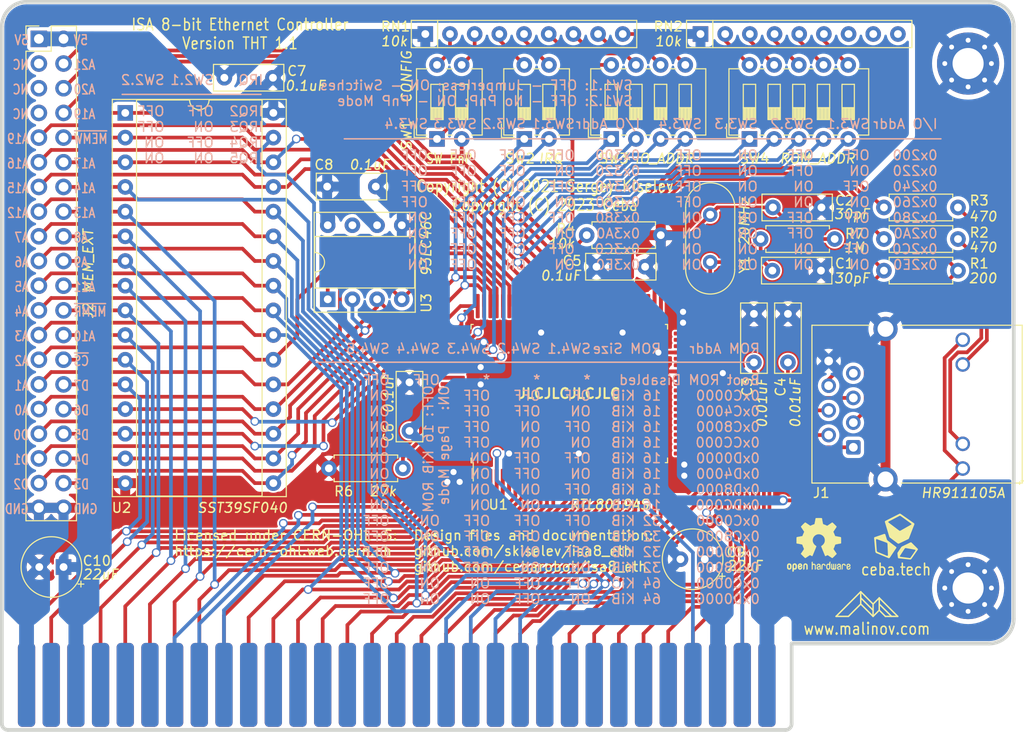
<source format=kicad_pcb>
(kicad_pcb (version 20221018) (generator pcbnew)
  (title_block (title "ISA 8-Bit Ethernet Controller (THT)") (date "2023-05-15") (rev "1.1") (company "Designed by Sergey Kiselev, Modified by Ceba") (comment 1 "Licensed under CERN-OHL-S: https://cern-ohl.web.cern.ch") (comment 2 "Documentation and design files: https://github.com/cebarobot/isa8_eth") (comment 3 "Original Documentation and design files: https://github.com/skiselev/isa8_eth") (comment 4 "ISA 8-Bit Ethernet Controller is an open source hardware project"))
  (layers (0 "F.Cu" signal "Front") (31 "B.Cu" signal "Back") (34 "B.Paste" user) (35 "F.Paste" user) (36 "B.SilkS" user "B.Silkscreen") (37 "F.SilkS" user "F.Silkscreen") (38 "B.Mask" user) (39 "F.Mask" user) (44 "Edge.Cuts" user))
  (net 0 "")
  (net 1 "/A0")
  (net 2 "/A1")
  (net 3 "/A10")
  (net 4 "/A11")
  (net 5 "/A12")
  (net 6 "/A13")
  (net 7 "/A14")
  (net 8 "/A15")
  (net 9 "/A16")
  (net 10 "/A17")
  (net 11 "/A18")
  (net 12 "/A19")
  (net 13 "/A2")
  (net 14 "/A3")
  (net 15 "/A4")
  (net 16 "/A5")
  (net 17 "/A6")
  (net 18 "/A7")
  (net 19 "/A8")
  (net 20 "/A9")
  (net 21 "/AEN")
  (net 22 "/D0")
  (net 23 "/D1")
  (net 24 "/D2")
  (net 25 "/D3")
  (net 26 "/D4")
  (net 27 "/D5")
  (net 28 "/D6")
  (net 29 "/D7")
  (net 30 "/~{IOR}")
  (net 31 "/~{IOW}")
  (net 32 "GND")
  (net 33 "VCC")
  (net 34 "/RSTDRV")
  (net 35 "/IRQ9")
  (net 36 "/~{SMEMW}")
  (net 37 "/~{SMEMR}")
  (net 38 "/IRQ5")
  (net 39 "/IRQ4")
  (net 40 "/IRQ3")
  (net 41 "/IOCHRDY")
  (net 42 "/~{IOCS16}")
  (net 43 "/TP_RX-")
  (net 44 "/TP_RX+")
  (net 45 "/TP_TX-")
  (net 46 "/TP_TX+")
  (net 47 "/LED_LINK")
  (net 48 "/JP")
  (net 49 "/BA18")
  (net 50 "/BA17")
  (net 51 "/BA16")
  (net 52 "/BD6")
  (net 53 "/BD5")
  (net 54 "/BD4")
  (net 55 "/BD3")
  (net 56 "/BD2")
  (net 57 "/BD1")
  (net 58 "/BD0")
  (net 59 "/BA15")
  (net 60 "/BA14")
  (net 61 "/~{BCS}")
  (net 62 "/EECS")
  (net 63 "/BD7")
  (net 64 "/BA19")
  (net 65 "/BA20")
  (net 66 "/BA21")
  (net 67 "/LED_CRS")
  (net 68 "/AUI")
  (net 87 "Net-(U1-X1)")
  (net 88 "Net-(U1-X2)")
  (net 89 "Net-(J1-TCT)")
  (net 90 "Net-(J1-RCT)")
  (net 91 "Net-(J1-LEDG_K)")
  (net 92 "Net-(J1-LEDY_K)")
  (net 96 "Net-(RN1-R1)")
  (net 97 "Net-(RN1-R2)")
  (net 98 "Net-(RN1-R3)")
  (net 99 "Net-(RN1-R4)")
  (net 100 "Net-(RN1-R5)")
  (net 101 "Net-(RN1-R6)")
  (net 102 "Net-(RN1-R7)")
  (net 103 "Net-(RN1-R8)")
  (net 104 "Net-(RN2-R1)")
  (net 105 "Net-(RN2-R2)")
  (net 106 "Net-(RN2-R3)")
  (net 107 "Net-(RN2-R4)")
  (net 108 "Net-(RN2-R5)")
  (footprint "MountingHole:MountingHole_3.2mm_M3_Pad_Via" (layer "F.Cu") (at 201.041 66.04)
    (fp_text reference "HOLE1" hide)
    (fp_text value "M3" hide)
  )
  (footprint "MountingHole:MountingHole_3.2mm_M3_Pad_Via" (layer "F.Cu") (at 201.041 120.015)
    (fp_text reference "HOLE2" hide)
    (fp_text value "M3" hide)
  )
  (footprint "Connector_PinHeader_2.54mm:PinHeader_2x20_P2.54mm_Vertical" (layer "F.Cu") (at 105.41 63.5)
    (fp_text reference "J2")
    (fp_text value "MEM_EXT")
  )
  (footprint "Crystal:Crystal_HC49-4H_Vertical" (layer "F.Cu") (at 174.5 86.475 90)
    (fp_text reference "Y1")
    (fp_text value "20MHz")
  )
  (footprint "Package_DIP:DIP-32_W15.24mm_Socket" (layer "F.Cu") (at 114.3 71.12)
    (fp_text reference "U2")
    (fp_text value "SST39SF040")
  )
  (footprint "Package_DIP:DIP-8_W7.62mm_Socket" (layer "F.Cu") (at 135.138 90.3 90)
    (fp_text reference "U3")
    (fp_text value "93LC46C")
  )
  (footprint "Capacitor_THT:C_Disc_D7.0mm_W2.5mm_P5.00mm" (layer "F.Cu") (at 162.8 86.95)
    (fp_text reference "C5")
    (fp_text value "0.1uF")
  )
  (footprint "Capacitor_THT:C_Disc_D7.0mm_W2.5mm_P5.00mm" (layer "F.Cu") (at 135.081 78.7)
    (fp_text reference "C8")
    (fp_text value "0.1uF")
  )
  (footprint "Resistor_THT:R_Axial_DIN0207_L6.3mm_D2.5mm_P7.62mm_Horizontal" (layer "F.Cu") (at 135.255 107.696)
    (fp_text reference "R6")
    (fp_text value "27k")
  )
  (footprint "Resistor_THT:R_Axial_DIN0207_L6.3mm_D2.5mm_P7.62mm_Horizontal" (layer "F.Cu") (at 179.69 84.1)
    (fp_text reference "R7")
    (fp_text value "1M")
  )
  (footprint "Capacitor_THT:C_Disc_D7.0mm_W2.5mm_P5.00mm" (layer "F.Cu") (at 129.5 67.5 180)
    (fp_text reference "C7")
    (fp_text value "0.1uF")
  )
  (footprint "Resistor_THT:R_Array_SIP9" (layer "F.Cu") (at 173.5 63)
    (fp_text reference "RN2")
    (fp_text value "10k")
  )
  (footprint "Button_Switch_THT:SW_DIP_SPSTx02_Slide_6.7x6.64mm_W7.62mm_P2.54mm_LowProfile" (layer "F.Cu") (at 155.365 73.8 90)
    (fp_text reference "SW2")
    (fp_text value "IRQ")
  )
  (footprint "Button_Switch_THT:SW_DIP_SPSTx04_Slide_6.7x11.72mm_W7.62mm_P2.54mm_LowProfile" (layer "F.Cu") (at 164.315 73.8 90)
    (fp_text reference "SW3")
    (fp_text value "IO_ADDR")
  )
  (footprint "Button_Switch_THT:SW_DIP_SPSTx05_Slide_6.7x14.26mm_W7.62mm_P2.54mm_LowProfile" (layer "F.Cu") (at 178.54 73.8 90)
    (fp_text reference "SW4")
    (fp_text value "ROM_ADDR")
  )
  (footprint "Button_Switch_THT:SW_DIP_SPSTx02_Slide_6.7x6.64mm_W7.62mm_P2.54mm_LowProfile" (layer "F.Cu") (at 146.384 73.8 90)
    (fp_text reference "SW1")
    (fp_text value "CONFIG")
  )
  (footprint "My_Components:IC_PQFP-100_14x20mm_P0.65mm_Hand_Soldering" (layer "F.Cu") (at 160 100 90)
    (fp_text reference "U1")
    (fp_text value "RTL8019AS")
  )
  (footprint "Resistor_THT:R_Axial_DIN0207_L6.3mm_D2.5mm_P7.62mm_Horizontal" (layer "F.Cu") (at 200 87.35 180)
    (fp_text reference "R1")
    (fp_text value "200")
  )
  (footprint "Capacitor_THT:C_Disc_D7.0mm_W2.5mm_P5.00mm" (layer "F.Cu") (at 179 96.8 90)
    (fp_text reference "C3")
    (fp_text value "0.01uF")
  )
  (footprint "Resistor_THT:R_Axial_DIN0207_L6.3mm_D2.5mm_P7.62mm_Horizontal" (layer "F.Cu") (at 200 80.85 180)
    (fp_text reference "R3")
    (fp_text value "470")
  )
  (footprint "Capacitor_THT:C_Disc_D7.0mm_W2.5mm_P5.00mm" (layer "F.Cu") (at 185.9 87.35 180)
    (fp_text reference "C1")
    (fp_text value "30pF")
  )
  (footprint "Capacitor_THT:C_Disc_D7.0mm_W2.5mm_P5.00mm" (layer "F.Cu") (at 185.95 80.85 180)
    (fp_text reference "C2")
    (fp_text value "30pF")
  )
  (footprint "My_Components:Conn_Edge_PCB_ISA8" (layer "F.Cu") (at 142.24 130.4925)
    (fp_text reference "BUS1" hide)
    (fp_text value "BUSPC_DEV" hide)
  )
  (footprint "Capacitor_THT:C_Disc_D7.0mm_W2.5mm_P5.00mm" (layer "F.Cu") (at 143.55 103.846 90)
    (fp_text reference "C6")
    (fp_text value "0.1uF")
  )
  (footprint "Resistor_THT:R_Axial_DIN0207_L6.3mm_D2.5mm_P7.62mm_Horizontal" (layer "F.Cu") (at 200 84.1 180)
    (fp_text reference "R2")
    (fp_text value "470")
  )
  (footprint "Capacitor_THT:C_Disc_D7.0mm_W2.5mm_P5.00mm" (layer "F.Cu") (at 182.5 96.8 90)
    (fp_text reference "C4")
    (fp_text value "0.01uF")
  )
  (footprint "Connector_RJ:RJ45_Hanrun_HR911105A" (layer "F.Cu") (at 189.23 105.532 90)
    (fp_text reference "J1")
    (fp_text value "HR911105A")
  )
  (footprint "Resistor_THT:R_Array_SIP9" (layer "F.Cu") (at 145.179 63)
    (fp_text reference "RN1")
    (fp_text value "10k")
  )
  (footprint "Capacitor_THT:CP_Radial_Tantal_D6.0mm_P2.50mm" (layer "F.Cu") (at 173.937626 117.05 180)
    (fp_text reference "C9")
    (fp_text value "22uF")
  )
  (footprint "Capacitor_THT:CP_Radial_Tantal_D6.0mm_P2.50mm" (layer "F.Cu") (at 107.95 117.856 180)
    (fp_text reference "C10")
    (fp_text value "22uF")
  )
  (footprint "Symbol:OSHW-Logo2_7.3x6mm_SilkScreen" (layer "F.Cu") (at 185.674 115.57)
    (fp_text reference "REF**" hide)
    (fp_text value "OSHW-Logo2_7.3x6mm_SilkScreen" hide)
  )
  (footprint "Resistor_THT:R_Axial_DIN0207_L6.3mm_D2.5mm_P7.62mm_Horizontal" (layer "F.Cu") (at 161.79 83.7)
    (fp_text reference "R4")
    (fp_text value "10k")
  )
  (gr_line (start 133.95325 96.774) (end 178.72075 96.774) (stroke (width 0.15)) (layer "B.SilkS"))
  (gr_line (start 163.83 73.787) (end 136.8425 73.787) (stroke (width 0.15)) (layer "B.SilkS"))
  (gr_line (start 198.247 73.787) (end 169.164 73.787) (stroke (width 0.15)) (layer "B.SilkS"))
  (gr_line (start 128.27 69.215) (end 113.9825 69.215) (stroke (width 0.15)) (layer "B.SilkS"))
  (gr_line (start 191.897 121.031) (end 193.802 122.936) (stroke (width 0.15)) (layer "F.SilkS"))
  (gr_line (start 191.897 122.301) (end 191.262 122.936) (stroke (width 0.15)) (layer "F.SilkS"))
  (gr_line (start 191.262 121.666) (end 191.262 122.936) (stroke (width 0.15)) (layer "F.SilkS"))
  (gr_line (start 188.722 122.936) (end 187.452 122.936) (stroke (width 0.15)) (layer "F.SilkS"))
  (gr_line (start 191.897 121.031) (end 191.897 122.301) (stroke (width 0.15)) (layer "F.SilkS"))
  (gr_line (start 193.802 122.936) (end 192.532 122.936) (stroke (width 0.15)) (layer "F.SilkS"))
  (gr_line (start 191.262 121.666) (end 191.897 121.031) (stroke (width 0.15)) (layer "F.SilkS"))
  (gr_line (start 192.532 122.936) (end 191.897 122.301) (stroke (width 0.15)) (layer "F.SilkS"))
  (gr_line (start 189.992 120.396) (end 191.262 121.666) (stroke (width 0.15)) (layer "F.SilkS"))
  (gr_line (start 189.992 121.031) (end 191.262 122.301) (stroke (width 0.15)) (layer "F.SilkS"))
  (gr_poly (pts (xy 194.032441 112.364213) (xy 194.042088 112.365189) (xy 194.051688 112.366817) (xy 194.061218 112.369096) (xy 194.070656 112.372026) (xy 194.079977 112.375607) (xy 194.089158 112.37984) (xy 194.098177 112.384723) (xy 195.483271 113.353098) (xy 195.488248 113.359143) (xy 195.492766 113.365368) (xy 195.496831 113.371768) (xy 195.500448 113.378337) (xy 195.503623 113.385068) (xy 195.506362 113.391956) (xy 195.508671 113.398995) (xy 195.510556 113.40618) (xy 195.512022 113.413504) (xy 195.513075 113.420962) (xy 195.513721 113.428548) (xy 195.513966 113.436256) (xy 195.513816 113.44408) (xy 195.513277 113.452014) (xy 195.512353 113.460053) (xy 195.511052 113.468191) (xy 195.241177 114.163219) (xy 194.959396 114.896941) (xy 194.956279 114.903635) (xy 194.952877 114.910305) (xy 194.949184 114.916929) (xy 194.945195 114.923482) (xy 194.940904 114.929943) (xy 194.936304 114.936288) (xy 194.931391 114.942493) (xy 194.926158 114.948535) (xy 194.920599 114.954391) (xy 194.914709 114.960038) (xy 194.908481 114.965453) (xy 194.901911 114.970611) (xy 194.894992 114.975491) (xy 194.887718 114.980068) (xy 194.880084 114.98432) (xy 194.872083 114.988223) (xy 193.947365 115.428754) (xy 193.938346 115.433637) (xy 193.929164 115.437869) (xy 193.919843 115.441451) (xy 193.910406 115.444381) (xy 193.900875 115.44666) (xy 193.891275 115.448287) (xy 193.881628 115.449264) (xy 193.871958 115.44959) (xy 193.862288 115.449264) (xy 193.852642 115.448287) (xy 193.843041 115.44666) (xy 193.833511 115.444381) (xy 193.824074 115.441451) (xy 193.814752 115.437869) (xy 193.805571 115.433637) (xy 193.796552 115.428754) (xy 193.006771 114.833441) (xy 192.99877 114.827394) (xy 192.991136 114.821155) (xy 192.983862 114.814719) (xy 192.976943 114.808079) (xy 192.970373 114.801229) (xy 192.964146 114.794165) (xy 192.958255 114.786879) (xy 192.952697 114.779367) (xy 192.947463 114.771623) (xy 192.94255 114.76364) (xy 192.93795 114.755412) (xy 192.933659 114.746935) (xy 192.92967 114.738202) (xy 192.925977 114.729208) (xy 192.922575 114.719945) (xy 192.919458 114.71041) (xy 192.477206 113.225706) (xy 192.828008 113.225706) (xy 192.828057 113.229569) (xy 192.828487 113.233477) (xy 192.829319 113.237427) (xy 192.830571 113.241412) (xy 192.832264 113.245428) (xy 192.834417 113.249469) (xy 192.837049 113.25353) (xy 192.840181 113.257607) (xy 192.843832 113.261694) (xy 192.848021 113.265786) (xy 193.036102 113.412319) (xy 193.406126 113.693914) (xy 193.955302 114.10716) (xy 193.962048 114.11139) (xy 193.968898 114.115137) (xy 193.975865 114.118383) (xy 193.982959 114.121113) (xy 193.990193 114.123308) (xy 193.997579 114.12495) (xy 194.005126 114.126023) (xy 194.012849 114.126508) (xy 194.020757 114.126389) (xy 194.028863 114.125648) (xy 194.037179 114.124267) (xy 194.045715 114.122229) (xy 194.054484 114.119517) (xy 194.063497 114.116113) (xy 194.072766 114.112) (xy 194.082302 114.10716) (xy 195.16974 113.495973) (xy 195.176103 113.491148) (xy 195.181812 113.48635) (xy 195.186888 113.481583) (xy 195.191351 113.47685) (xy 195.19522 113.472155) (xy 195.198517 113.467501) (xy 195.201261 113.462892) (xy 195.203474 113.458332) (xy 195.205175 113.453824) (xy 195.206385 113.449372) (xy 195.207123 113.44498) (xy 195.207412 113.440651) (xy 195.20727 113.436388) (xy 195.206718 113.432197) (xy 195.205777 113.428079) (xy 195.204466 113.424039) (xy 195.202807 113.420081) (xy 195.200819 113.416207) (xy 195.198523 113.412423) (xy 195.195939 113.40873) (xy 195.193088 113.405134) (xy 195.18999 113.401637) (xy 195.186665 113.398243) (xy 195.183134 113.394956) (xy 195.179417 113.391779) (xy 195.175534 113.388717) (xy 195.167352 113.382949) (xy 195.158752 113.377681) (xy 195.149896 113.372942) (xy 195.096395 113.331557) (xy 194.974899 113.242035) (xy 194.619075 112.983508) (xy 194.094208 112.603004) (xy 194.088636 112.598078) (xy 194.082372 112.593734) (xy 194.075468 112.589993) (xy 194.067977 112.586881) (xy 194.059952 112.58442) (xy 194.051444 112.582633) (xy 194.042505 112.581544) (xy 194.033189 112.581176) (xy 194.023547 112.581552) (xy 194.013632 112.582695) (xy 194.003496 112.584629) (xy 193.993191 112.587377) (xy 193.98277 112.590962) (xy 193.972286 112.595408) (xy 193.961789 112.600737) (xy 193.951333 112.606973) (xy 193.392236 112.899668) (xy 192.88374 113.162598) (xy 192.876929 113.165893) (xy 192.869996 113.169799) (xy 192.863098 113.174275) (xy 192.856392 113.179279) (xy 192.850035 113.184772) (xy 192.847037 113.187689) (xy 192.844184 113.190713) (xy 192.841497 113.193838) (xy 192.838995 113.19706) (xy 192.836699 113.200374) (xy 192.834626 113.203774) (xy 192.832798 113.207255) (xy 192.831234 113.210813) (xy 192.829953 113.214442) (xy 192.828975 113.218137) (xy 192.82832 113.221893) (xy 192.828008 113.225706) (xy 192.477206 113.225706) (xy 192.474958 113.21816) (xy 192.47362 113.213009) (xy 192.47258 113.207971) (xy 192.471831 113.203044) (xy 192.471369 113.198224) (xy 192.47119 113.193508) (xy 192.471287 113.188895) (xy 192.471656 113.18438) (xy 192.472292 113.179961) (xy 192.473189 113.175635) (xy 192.474343 113.1714) (xy 192.475748 113.167251) (xy 192.4774 113.163187) (xy 192.479293 113.159204) (xy 192.481422 113.1553) (xy 192.483782 113.151471) (xy 192.486368 113.147715) (xy 192.489176 113.144029) (xy 192.492199 113.140409) (xy 192.495432 113.136854) (xy 192.498872 113.133359) (xy 192.506347 113.126542) (xy 192.514584 113.119934) (xy 192.523542 113.113512) (xy 192.53318 113.107252) (xy 192.543457 113.101133) (xy 192.554333 113.095129) (xy 193.947364 112.384723) (xy 193.956383 112.37984) (xy 193.965565 112.375607) (xy 193.974886 112.372026) (xy 193.984323 112.369096) (xy 193.993854 112.366817) (xy 194.003454 112.365189) (xy 194.013101 112.364213) (xy 194.022771 112.363887)) (fill solid) (layer "F.SilkS"))
  (gr_line (start 191.897 121.666) (end 193.167 122.936) (stroke (width 0.15)) (layer "F.SilkS"))
  (gr_poly (pts (xy 195.163633 115.314697) (xy 195.168312 115.31503) (xy 195.172856 115.315567) (xy 195.177266 115.316308) (xy 195.181543 115.317251) (xy 195.18569 115.318395) (xy 195.189707 115.319737) (xy 195.193597 115.321278) (xy 195.19736 115.323014) (xy 195.200998 115.324946) (xy 195.204513 115.32707) (xy 195.207905 115.329387) (xy 195.211177 115.331894) (xy 195.21433 115.33459) (xy 195.217365 115.337473) (xy 195.848396 115.964535) (xy 195.855458 115.972724) (xy 195.861729 115.98093) (xy 195.867162 115.98917) (xy 195.869551 115.993309) (xy 195.871712 115.997463) (xy 195.873641 116.001635) (xy 195.875332 116.005826) (xy 195.876779 116.010039) (xy 195.877975 116.014276) (xy 195.878916 116.01854) (xy 195.879595 116.022831) (xy 195.880007 116.027153) (xy 195.880146 116.031508) (xy 195.880005 116.035897) (xy 195.87958 116.040324) (xy 195.878864 116.04479) (xy 195.877851 116.049297) (xy 195.876536 116.053848) (xy 195.874913 116.058445) (xy 195.872977 116.06309) (xy 195.87072 116.067784) (xy 195.868138 116.072532) (xy 195.865224 116.077333) (xy 195.861973 116.082192) (xy 195.858379 116.087109) (xy 195.854437 116.092087) (xy 195.85014 116.097128) (xy 195.845482 116.102235) (xy 195.840458 116.10741) (xy 195.205458 117.020222) (xy 195.174701 117.04912) (xy 195.167883 117.055094) (xy 195.161089 117.060546) (xy 195.154155 117.065462) (xy 195.146919 117.069832) (xy 195.139218 117.073644) (xy 195.130889 117.076886) (xy 195.126438 117.07829) (xy 195.12177 117.079546) (xy 195.116863 117.080655) (xy 195.111697 117.081614) (xy 195.100507 117.083077) (xy 195.088039 117.083924) (xy 195.074129 117.084143) (xy 195.058615 117.083722) (xy 193.883865 116.956723) (xy 193.880562 116.956269) (xy 193.877352 116.955655) (xy 193.874231 116.95488) (xy 193.871199 116.953948) (xy 193.868254 116.952858) (xy 193.865395 116.951613) (xy 193.86262 116.950213) (xy 193.859928 116.948661) (xy 193.857318 116.946958) (xy 193.854787 116.945105) (xy 193.84996 116.940956) (xy 193.845435 116.936226) (xy 193.841201 116.930926) (xy 193.837246 116.925068) (xy 193.833558 116.918663) (xy 193.830126 116.911723) (xy 193.826938 116.904261) (xy 193.823983 116.896286) (xy 193.821249 116.887812) (xy 193.818724 116.878849) (xy 193.816396 116.86941) (xy 193.799908 116.740041) (xy 194.022406 116.740041) (xy 194.022513 116.744419) (xy 194.022954 116.748659) (xy 194.023717 116.752759) (xy 194.024787 116.756716) (xy 194.026152 116.760528) (xy 194.0278 116.764194) (xy 194.029716 116.767711) (xy 194.031888 116.771077) (xy 194.034303 116.774289) (xy 194.036948 116.777346) (xy 194.039809 116.780245) (xy 194.042873 116.782984) (xy 194.046128 116.785562) (xy 194.04956 116.787975) (xy 194.053157 116.790221) (xy 194.056904 116.792299) (xy 194.06079 116.794206) (xy 194.0648 116.795941) (xy 194.068923 116.7975) (xy 194.073144 116.798882) (xy 194.077452 116.800084) (xy 194.081831 116.801104) (xy 194.086271 116.801941) (xy 195.014958 116.924973) (xy 195.020087 116.925963) (xy 195.025057 116.926705) (xy 195.029876 116.927207) (xy 195.034546 116.927477) (xy 195.039074 116.927523) (xy 195.043465 116.927354) (xy 195.047724 116.926976) (xy 195.051855 116.926399) (xy 195.055865 116.92563) (xy 195.059757 116.924677) (xy 195.063537 116.923549) (xy 195.067211 116.922252) (xy 195.070783 116.920796) (xy 195.074258 116.919187) (xy 195.077642 116.917435) (xy 195.080939 116.915547) (xy 195.084154 116.913531) (xy 195.087294 116.911395) (xy 195.093364 116.906796) (xy 195.099191 116.901813) (xy 195.104813 116.89651) (xy 195.110273 116.890951) (xy 195.115611 116.8852) (xy 195.126083 116.873379) (xy 195.61027 116.166941) (xy 195.613389 116.162838) (xy 195.616056 116.15872) (xy 195.618286 116.154595) (xy 195.620092 116.15047) (xy 195.621488 116.146354) (xy 195.622488 116.142254) (xy 195.623106 116.138179) (xy 195.623355 116.134137) (xy 195.62325 116.130136) (xy 195.622804 116.126183) (xy 195.622031 116.122287) (xy 195.620945 116.118456) (xy 195.619559 116.114698) (xy 195.617888 116.11102) (xy 195.615945 116.10743) (xy 195.613743 116.103938) (xy 195.611298 116.10055) (xy 195.608623 116.097274) (xy 195.605731 116.09412) (xy 195.602636 116.091093) (xy 195.599352 116.088204) (xy 195.595893 116.085459) (xy 195.592273 116.082867) (xy 195.588505 116.080435) (xy 195.584603 116.078172) (xy 195.580582 116.076086) (xy 195.576454 116.074184) (xy 195.572234 116.072475) (xy 195.567936 116.070966) (xy 195.563573 116.069666) (xy 195.559159 116.068582) (xy 195.554708 116.067723) (xy 195.099294 115.986364) (xy 194.781174 115.930429) (xy 194.626021 115.905004) (xy 194.621156 115.905146) (xy 194.615564 115.905578) (xy 194.609356 115.906312) (xy 194.602642 115.907361) (xy 194.595533 115.908735) (xy 194.588139 115.910446) (xy 194.580571 115.912506) (xy 194.572939 115.914926) (xy 194.565353 115.917718) (xy 194.557924 115.920895) (xy 194.550763 115.924466) (xy 194.543979 115.928444) (xy 194.540764 115.93059) (xy 194.537684 115.932841) (xy 194.534754 115.935201) (xy 194.531988 115.937669) (xy 194.529398 115.940247) (xy 194.527 115.942938) (xy 194.524807 115.945742) (xy 194.522833 115.94866) (xy 194.038646 116.694786) (xy 194.035156 116.700308) (xy 194.032117 116.705712) (xy 194.029518 116.710996) (xy 194.027344 116.716156) (xy 194.025583 116.721192) (xy 194.024222 116.7261) (xy 194.023248 116.73088) (xy 194.022647 116.735527) (xy 194.022406 116.740041) (xy 193.799908 116.740041) (xy 193.764802 116.464597) (xy 193.764988 116.454971) (xy 193.765547 116.445443) (xy 193.766477 116.436021) (xy 193.767779 116.426708) (xy 193.769453 116.417512) (xy 193.7715 116.408438) (xy 193.773918 116.399492) (xy 193.776709 116.390679) (xy 193.779871 116.382006) (xy 193.783406 116.373479) (xy 193.787313 116.365102) (xy 193.791591 116.356883) (xy 193.796242 116.348826) (xy 193.801265 116.340938) (xy 193.80666 116.333225) (xy 193.812427 116.325691) (xy 194.141834 115.833566) (xy 194.149504 115.823245) (xy 194.157616 115.813133) (xy 194.166146 115.803254) (xy 194.175072 115.793631) (xy 194.18437 115.784286) (xy 194.194016 115.775244) (xy 194.203989 115.766528) (xy 194.214263 115.75816) (xy 194.224817 115.750164) (xy 194.235626 115.742564) (xy 194.246668 115.735382) (xy 194.257919 115.728642) (xy 194.269357 115.722368) (xy 194.280957 115.716581) (xy 194.292696 115.711306) (xy 194.304552 115.706566) (xy 195.054646 115.34541) (xy 195.069205 115.338432) (xy 195.083125 115.332372) (xy 195.096417 115.327219) (xy 195.109092 115.322962) (xy 195.115203 115.321165) (xy 195.121163 115.319588) (xy 195.126976 115.318229) (xy 195.132641 115.317086) (xy 195.138161 115.316159) (xy 195.143538 115.315445) (xy 195.148772 115.314943) (xy 195.153865 115.314652) (xy 195.158818 115.314571)) (fill solid) (layer "F.SilkS"))
  (gr_line (start 191.262 122.936) (end 189.992 121.666) (stroke (width 0.15)) (layer "F.SilkS"))
  (gr_line (start 187.452 122.936) (end 189.992 120.396) (stroke (width 0.15)) (layer "F.SilkS"))
  (gr_line (start 189.992 121.666) (end 188.722 122.936) (stroke (width 0.15)) (layer "F.SilkS"))
  (gr_poly (pts (xy 192.432992 114.444152) (xy 192.438707 114.444627) (xy 192.444343 114.445369) (xy 192.44989 114.446372) (xy 192.455339 114.447635) (xy 192.460678 114.449152) (xy 192.465899 114.450921) (xy 192.47099 114.452938) (xy 192.475941 114.455199) (xy 192.480743 114.4577) (xy 192.485385 114.460438) (xy 192.489857 114.46341) (xy 192.494148 114.466611) (xy 192.49825 114.470039) (xy 192.50215 114.473688) (xy 192.50584 114.477556) (xy 192.509309 114.48164) (xy 192.512547 114.485935) (xy 192.515544 114.490438) (xy 192.518289 114.495144) (xy 192.520773 114.500052) (xy 192.522985 114.505156) (xy 192.524914 114.510454) (xy 192.526552 114.515942) (xy 192.673396 114.984254) (xy 192.67586 114.994623) (xy 192.678783 115.004881) (xy 192.68216 115.015011) (xy 192.685984 115.024996) (xy 192.690251 115.034818) (xy 192.694953 115.04446) (xy 192.700085 115.053904) (xy 192.705642 115.063133) (xy 192.711617 115.07213) (xy 192.718006 115.080876) (xy 192.724801 115.089355) (xy 192.731997 115.09755) (xy 192.739589 115.105442) (xy 192.74757 115.113014) (xy 192.755935 115.120249) (xy 192.764677 115.127129) (xy 193.621927 115.781973) (xy 193.626963 115.785705) (xy 193.631655 115.789461) (xy 193.63601 115.79324) (xy 193.640034 115.797042) (xy 193.643733 115.800867) (xy 193.647112 115.804716) (xy 193.650176 115.808587) (xy 193.652933 115.812483) (xy 193.655387 115.816401) (xy 193.657545 115.820343) (xy 193.659412 115.824307) (xy 193.660995 115.828296) (xy 193.662298 115.832307) (xy 193.663328 115.836342) (xy 193.66409 115.8404) (xy 193.664591 115.844481) (xy 193.664836 115.848585) (xy 193.664832 115.852713) (xy 193.664583 115.856864) (xy 193.664095 115.861038) (xy 193.663375 115.865235) (xy 193.662429 115.869456) (xy 193.661261 115.8737) (xy 193.659878 115.877967) (xy 193.656491 115.886571) (xy 193.652313 115.895268) (xy 193.647391 115.904058) (xy 193.641771 115.912942) (xy 192.982958 116.897192) (xy 192.977565 116.903177) (xy 192.971812 116.909168) (xy 192.96571 116.915078) (xy 192.95927 116.920818) (xy 192.952505 116.926304) (xy 192.945426 116.931446) (xy 192.938045 116.936157) (xy 192.930373 116.940352) (xy 192.922422 116.943942) (xy 192.918345 116.945483) (xy 192.914203 116.94684) (xy 192.909997 116.948002) (xy 192.905729 116.948959) (xy 192.901399 116.949699) (xy 192.89701 116.950212) (xy 192.892563 116.950486) (xy 192.888059 116.950511) (xy 192.8835 116.950276) (xy 192.878887 116.94977) (xy 192.874222 116.948982) (xy 192.869506 116.947901) (xy 192.864741 116.946516) (xy 192.859927 116.944817) (xy 191.597865 116.42491) (xy 191.586938 116.417938) (xy 191.576494 116.41043) (xy 191.56655 116.402412) (xy 191.557123 116.393904) (xy 191.548231 116.384932) (xy 191.539892 116.375518) (xy 191.532122 116.365685) (xy 191.524939 116.355457) (xy 191.518361 116.344857) (xy 191.512405 116.333908) (xy 191.507088 116.322633) (xy 191.502429 116.311057) (xy 191.498444 116.299201) (xy 191.49515 116.287089) (xy 191.492566 116.274745) (xy 191.490709 116.262191) (xy 191.383137 115.068494) (xy 191.565351 115.068494) (xy 191.565554 115.07396) (xy 191.566115 115.079504) (xy 191.64549 116.182817) (xy 191.645617 116.186245) (xy 191.645994 116.189822) (xy 191.646615 116.193536) (xy 191.647474 116.197374) (xy 191.649885 116.205368) (xy 191.653179 116.213699) (xy 191.657311 116.222262) (xy 191.662233 116.230953) (xy 191.667899 116.239668) (xy 191.674263 116.248301) (xy 191.681278 116.256748) (xy 191.688898 116.264905) (xy 191.697076 116.272666) (xy 191.705765 116.279927) (xy 191.71492 116.286583) (xy 191.719657 116.289652) (xy 191.724493 116.292531) (xy 191.729422 116.295206) (xy 191.734438 116.297664) (xy 191.739535 116.299893) (xy 191.744708 116.301879) (xy 192.689271 116.698754) (xy 192.693757 116.700779) (xy 192.698278 116.7024) (xy 192.702822 116.70363) (xy 192.707378 116.704482) (xy 192.711934 116.704972) (xy 192.716478 116.705111) (xy 192.721 116.704915) (xy 192.725486 116.704397) (xy 192.729925 116.703571) (xy 192.734307 116.702451) (xy 192.738619 116.70105) (xy 192.742849 116.699382) (xy 192.746986 116.697461) (xy 192.751019 116.695302) (xy 192.754935 116.692917) (xy 192.758724 116.69032) (xy 192.762373 116.687526) (xy 192.765871 116.684549) (xy 192.769206 116.681401) (xy 192.772367 116.678096) (xy 192.775341 116.67465) (xy 192.778118 116.671075) (xy 192.780686 116.667384) (xy 192.783033 116.663593) (xy 192.785147 116.659715) (xy 192.787017 116.655763) (xy 192.788631 116.651752) (xy 192.789978 116.647695) (xy 192.791046 116.643606) (xy 192.791823 116.639499) (xy 192.792298 116.635387) (xy 192.792458 116.631285) (xy 192.744833 115.464473) (xy 192.744718 115.460381) (xy 192.744374 115.456292) (xy 192.743807 115.452211) (xy 192.74302 115.44814) (xy 192.742018 115.444085) (xy 192.740805 115.440047) (xy 192.739385 115.436031) (xy 192.737764 115.432041) (xy 192.733933 115.424151) (xy 192.729346 115.416406) (xy 192.724038 115.408836) (xy 192.718044 115.401469) (xy 192.711399 115.394335) (xy 192.704138 115.387462) (xy 192.696296 115.38088) (xy 192.687907 115.374618) (xy 192.679006 115.368704) (xy 192.669629 115.363169) (xy 192.65981 115.35804) (xy 192.649583 115.353348) (xy 191.653427 114.988223) (xy 191.649662 114.986919) (xy 191.645819 114.985978) (xy 191.641912 114.98539) (xy 191.637955 114.985146) (xy 191.633964 114.985236) (xy 191.629952 114.985651) (xy 191.625934 114.986381) (xy 191.621925 114.987417) (xy 191.61794 114.98875) (xy 191.613992 114.990369) (xy 191.610096 114.992267) (xy 191.606267 114.994432) (xy 191.60252 114.996856) (xy 191.598869 114.99953) (xy 191.595328 115.002443) (xy 191.591912 115.005586) (xy 191.588635 115.008951) (xy 191.585513 115.012527) (xy 191.582559 115.016305) (xy 191.579788 115.020275) (xy 191.577215 115.024429) (xy 191.574855 115.028757) (xy 191.57272 115.033248) (xy 191.570828 115.037895) (xy 191.569191 115.042686) (xy 191.567824 115.047614) (xy 191.566742 115.052668) (xy 191.56596 115.057839) (xy 191.565491 115.063118) (xy 191.565351 115.068494) (xy 191.383137 115.068494) (xy 191.367677 114.896942) (xy 191.367044 114.884702) (xy 191.366701 114.873253) (xy 191.366753 114.862548) (xy 191.367305 114.852541) (xy 191.367801 114.847785) (xy 191.368462 114.843185) (xy 191.3693 114.838737) (xy 191.370328 114.834434) (xy 191.37156 114.83027) (xy 191.373008 114.826241) (xy 191.374686 114.822339) (xy 191.376607 114.818559) (xy 191.378783 114.814895) (xy 191.381229 114.811342) (xy 191.383956 114.807894) (xy 191.386978 114.804544) (xy 191.390309 114.801288) (xy 191.393961 114.798118) (xy 191.397946 114.79503) (xy 191.40228 114.792018) (xy 191.406974 114.789075) (xy 191.412041 114.786196) (xy 191.417495 114.783376) (xy 191.423348 114.780608) (xy 191.429615 114.777886) (xy 191.436307 114.775205) (xy 191.443438 114.772559) (xy 191.451021 114.769942) (xy 192.379708 114.452442) (xy 192.385672 114.45036) (xy 192.391648 114.448577) (xy 192.397627 114.447089) (xy 192.403598 114.445892) (xy 192.409553 114.444983) (xy 192.41548 114.444358) (xy 192.421368 114.444014) (xy 192.427209 114.443946)) (fill solid) (layer "F.SilkS"))
  (gr_line (start 189.992 120.396) (end 189.992 121.666) (stroke (width 0.15)) (layer "F.SilkS"))
  (gr_line (start 101.6 133.985) (end 101.6 62.23) (stroke (width 0.381)) (layer "Edge.Cuts"))
  (gr_line (start 203.2 59.69) (end 104.14 59.69) (stroke (width 0.381)) (layer "Edge.Cuts"))
  (gr_line (start 102.235 134.62) (end 182.245 134.62) (stroke (width 0.381)) (layer "Edge.Cuts"))
  (gr_line (start 205.74 123.19) (end 205.74 62.23) (stroke (width 0.381)) (layer "Edge.Cuts"))
  (gr_arc (start 203.2 59.69) (mid 204.996051 60.433949) (end 205.74 62.23) (stroke (width 0.381)) (layer "Edge.Cuts"))
  (gr_arc (start 101.6 62.23) (mid 102.343949 60.433949) (end 104.14 59.69) (stroke (width 0.381)) (layer "Edge.Cuts"))
  (gr_line (start 203.2 125.73) (end 182.88 125.73) (stroke (width 0.381)) (layer "Edge.Cuts"))
  (gr_arc (start 102.235 134.62) (mid 101.785987 134.434013) (end 101.6 133.985) (stroke (width 0.381)) (layer "Edge.Cuts"))
  (gr_arc (start 205.74 123.19) (mid 204.996052 124.986052) (end 203.2 125.73) (stroke (width 0.381)) (layer "Edge.Cuts"))
  (gr_arc (start 182.88 133.985) (mid 182.694013 134.434013) (end 182.245 134.62) (stroke (width 0.381)) (layer "Edge.Cuts"))
  (gr_line (start 182.88 133.985) (end 182.88 125.73) (stroke (width 0.381)) (layer "Edge.Cuts"))
  (gr_text "SW2.2\n\nOFF\nOFF\nON\nON" (at 118.4275 71.755) (layer "B.SilkS") (effects (font (size 1 1)) (justify left mirror)))
  (gr_text "SW2.1\n\nOFF\nON\nOFF\nON" (at 123.5075 71.755) (layer "B.SilkS") (effects (font (size 1 1)) (justify left mirror)))
  (gr_text "SW3.4\n\nOFF\nOFF\nOFF\nOFF\nON\nON\nON\nON" (at 173.736 79.502) (layer "B.SilkS") (effects (font (size 1 1)) (justify left mirror)))
  (gr_text "SW3.3\n\nON\nON\nON\nON\nON\nON\nON\nON" (at 179.493333 79.502) (layer "B.SilkS") (effects (font (size 1 1)) (justify left mirror)))
  (gr_text "SW3.2\n\nOFF\nOFF\nON\nON\nOFF\nOFF\nON\nON" (at 185.250666 79.502) (layer "B.SilkS") (effects (font (size 1 1)) (justify left mirror)))
  (gr_text "I/O Addr\n\n0x200\n0x220\n0x240\n0x260\n0x280\n0x2A0\n0x2C0\n0x2E0" (at 197.993 79.502) (layer "B.SilkS") (effects (font (size 1 1)) (justify left mirror)))
  (gr_text "SW3.1\n\nOFF\nON\nOFF\nON\nOFF\nON\nOFF\nON" (at 191.008 79.502) (layer "B.SilkS") (effects (font (size 1 1)) (justify left mirror)))
  (gr_text "A19" (at 108.9025 71.247) (layer "B.SilkS") (effects (font (size 1 0.8)) (justify right mirror)))
  (gr_text "IRQ\n\nIRQ2\nIRQ3\nIRQ4\nIRQ5" (at 128.5875 71.755) (layer "B.SilkS") (effects (font (size 1 1)) (justify left mirror)))
  (gr_text "A21" (at 108.9025 66.167) (layer "B.SilkS") (effects (font (size 1 0.8)) (justify right mirror)))
  (gr_text "SW4.5\n\nOFF\nON\nON\nON\nON\nON\nON\nON\nON\nOFF\nOFF\nOFF\nOFF\nOFF\nOFF" (at 141.605 108.2675) (layer "B.SilkS") (effects (font (size 1 1)) (justify left mirror)))
  (gr_text "SW4.2\n\n*\nOFF\nOFF\nON\nON\nOFF\nOFF\nON\nON\nOFF\nOFF\nON\nON\nOFF\nOFF" (at 157.13075 108.2675) (layer "B.SilkS") (effects (font (size 1 1)) (justify left mirror)))
  (gr_text "SW4.1\n\n*\nOFF\nON\nOFF\nON\nOFF\nON\nOFF\nON\nOFF\nON\nOFF\nON\nOFF\nON" (at 162.306 108.2675) (layer "B.SilkS") (effects (font (size 1 1)) (justify left mirror)))
  (gr_text "SW4.3\n\n*\nOFF\nOFF\nOFF\nOFF\nON\nON\nON\nON\nOFF\nOFF\nOFF\nOFF\nON\nON" (at 151.9555 108.2675) (layer "B.SilkS") (effects (font (size 1 1)) (justify left mirror)))
  (gr_text "ROM Addr\n\nBoot ROM Disabled\n0xC0000\n0xC4000\n0xC8000\n0xCC000\n0xD0000\n0xD4000\n0xD8000\n0xDC000\n0xC0000\n0xC8000\n0xD0000\n0xD8000\n0xC0000\n0xD0000" (at 179.705 108.2675) (layer "B.SilkS") (effects (font (size 1 1)) (justify left mirror)))
  (gr_text "SW4.4\n\nOFF\n\n\n\n\n\n\n\n\nON\nON\nON\nON\nON\nON" (at 146.78025 108.2675) (layer "B.SilkS") (effects (font (size 1 1)) (justify left mirror)))
  (gr_text "ROM Size\n\n\n16 KiB\n16 KiB\n16 KiB\n16 KiB\n16 KiB\n16 KiB\n16 KiB\n16 KiB\n32 KiB\n32 KiB\n32 KiB\n32 KiB\n64 KiB\n64 KiB" (at 169.545 108.2675) (layer "B.SilkS") (effects (font (size 1 1)) (justify left mirror)))
  (gr_text "OFF: 16 KiB ROM\nON:  Page Mode" (at 146.304 99.06 90) (layer "B.SilkS") (effects (font (size 1 1)) (justify left mirror)))
  (gr_text "SW3.2\n\nOFF\nOFF\nON\nON\nOFF\nOFF\nON\nON" (at 155.617332 79.502) (layer "B.SilkS") (effects (font (size 1 1)) (justify left mirror)))
  (gr_text "SW3.1\n\nOFF\nON\nOFF\nON\nOFF\nON\nOFF\nON" (at 160.655 79.502) (layer "B.SilkS") (effects (font (size 1 1)) (justify left mirror)))
  (gr_text "SW3.3\n\nOFF\nOFF\nOFF\nOFF\nOFF\nOFF\nOFF\nOFF" (at 150.579666 79.502) (layer "B.SilkS") (effects (font (size 1 1)) (justify left mirror)))
  (gr_text "SW3.4\n\nOFF\nOFF\nOFF\nOFF\nON\nON\nON\nON" (at 145.542 79.502) (layer "B.SilkS") (effects (font (size 1 1)) (justify left mirror)))
  (gr_text "I/O Addr\n\n0x300\n0x320\n0x340\n0x360\n0x380\n0x3A0\n0x3C0\n0x3E0" (at 167.386 79.502) (layer "B.SilkS") (effects (font (size 1 1)) (justify left mirror)))
  (gr_text "5V" (at 108.9025 63.627) (layer "B.SilkS") (effects (font (size 1 0.8)) (justify right mirror)))
  (gr_text "5V" (at 104.4575 63.627) (layer "B.SilkS") (effects (font (size 1 0.8)) (justify left mirror)))
  (gr_text "A19" (at 104.4575 73.787) (layer "B.SilkS") (effects (font (size 1 0.8)) (justify left mirror)))
  (gr_text "NC" (at 104.4575 71.247) (layer "B.SilkS") (effects (font (size 1 0.8)) (justify left mirror)))
  (gr_text "NC" (at 104.4575 68.707) (layer "B.SilkS") (effects (font (size 1 0.8)) (justify left mirror)))
  (gr_text "NC" (at 104.4575 66.167) (layer "B.SilkS") (effects (font (size 1 0.8)) (justify left mirror)))
  (gr_text "A16" (at 104.4575 76.327) (layer "B.SilkS") (effects (font (size 1 0.8)) (justify left mirror)))
  (gr_text "~{MEMW}" (at 108.9025 73.787) (layer "B.SilkS") (effects (font (size 1 0.8)) (justify right mirror)))
  (gr_text "A17" (at 108.9025 76.327) (layer "B.SilkS") (effects (font (size 1 0.8)) (justify right mirror)))
  (gr_text "A14" (at 108.9025 78.867) (layer "B.SilkS") (effects (font (size 1 0.8)) (justify right mirror)))
  (gr_text "A13" (at 108.9025 81.407) (layer "B.SilkS") (effects (font (size 1 0.8)) (justify right mirror)))
  (gr_text "A8" (at 108.9025 83.947) (layer "B.SilkS") (effects (font (size 1 0.8)) (justify right mirror)))
  (gr_text "A9" (at 108.9025 86.487) (layer "B.SilkS") (effects (font (size 1 0.8)) (justify right mirror)))
  (gr_text "A11" (at 108.9025 89.027) (layer "B.SilkS") (effects (font (size 1 0.8)) (justify right mirror)))
  (gr_text "~{MEMR}" (at 108.9025 91.567) (layer "B.SilkS") (effects (font (size 1 0.8)) (justify right mirror)))
  (gr_text "A10" (at 108.9025 94.107) (layer "B.SilkS") (effects (font (size 1 0.8)) (justify right mirror)))
  (gr_text "~{CS}" (at 108.9025 96.647) (layer "B.SilkS") (effects (font (size 1 0.8)) (justify right mirror)))
  (gr_text "A15" (at 104.4575 78.867) (layer "B.SilkS") (effects (font (size 1 0.8)) (justify left mirror)))
  (gr_text "A12" (at 104.4575 81.407) (layer "B.SilkS") (effects (font (size 1 0.8)) (justify left mirror)))
  (gr_text "A7" (at 104.4575 83.947) (layer "B.SilkS") (effects (font (size 1 0.8)) (justify left mirror)))
  (gr_text "A6" (at 104.4575 86.487) (layer "B.SilkS") (effects (font (size 1 0.8)) (justify left mirror)))
  (gr_text "A5" (at 104.4575 89.027) (layer "B.SilkS") (effects (font (size 1 0.8)) (justify left mirror)))
  (gr_text "A4" (at 104.4575 91.567) (layer "B.SilkS") (effects (font (size 1 0.8)) (justify left mirror)))
  (gr_text "A3" (at 104.4575 94.107) (layer "B.SilkS") (effects (font (size 1 0.8)) (justify left mirror)))
  (gr_text "A2" (at 104.4575 96.647) (layer "B.SilkS") (effects (font (size 1 0.8)) (justify left mirror)))
  (gr_text "A1" (at 104.4575 99.187) (layer "B.SilkS") (effects (font (size 1 0.8)) (justify left mirror)))
  (gr_text "A0" (at 104.4575 101.727) (layer "B.SilkS") (effects (font (size 1 0.8)) (justify left mirror)))
  (gr_text "D0" (at 104.4575 104.267) (layer "B.SilkS") (effects (font (size 1 0.8)) (justify left mirror)))
  (gr_text "D1" (at 104.4575 106.807) (layer "B.SilkS") (effects (font (size 1 0.8)) (justify left mirror)))
  (gr_text "D2" (at 104.4575 109.347) (layer "B.SilkS") (effects (font (size 1 0.8)) (justify left mirror)))
  (gr_text "GND" (at 104.4575 111.887) (layer "B.SilkS") (effects (font (size 1 0.8)) (justify left mirror)))
  (gr_text "D7" (at 108.9025 99.187) (layer "B.SilkS") (effects (font (size 1 0.8)) (justify right mirror)))
  (gr_text "D6" (at 108.9025 101.727) (layer "B.SilkS") (effects (font (size 1 0.8)) (justify right mirror)))
  (gr_text "D5" (at 108.9025 104.267) (layer "B.SilkS") (effects (font (size 1 0.8)) (justify right mirror)))
  (gr_text "D4" (at 108.9025 106.807) (layer "B.SilkS") (effects (font (size 1 0.8)) (justify right mirror)))
  (gr_text "D3" (at 108.9025 109.347) (layer "B.SilkS") (effects (font (size 1 0.8)) (justify right mirror)))
  (gr_text "GND" (at 108.9025 111.887) (layer "B.SilkS") (effects (font (size 1 0.8)) (justify right mirror)))
  (gr_text "A20" (at 108.9025 68.707) (layer "B.SilkS") (effects (font (size 1 0.8)) (justify right mirror)))
  (gr_text "SW1.1: OFF - Jumperless; ON - Switches\nSW1.2: OFF - No PnP; ON - PnP Mode" (at 166.624 69.088) (layer "B.SilkS") (effects (font (size 1 1)) (justify left mirror)))
  (gr_text "ceba.tech\n" (at 193.628871 118.11) (layer "F.SilkS") (effects (font (size 1.2 1))))
  (gr_text "Design files and documentation:\ngithub.com/skiselev/isa8_eth\ngithub.com/cebarobot/isa8_eth" (at 143.891 116.205) (layer "F.SilkS") (effects (font (size 1 1)) (justify left)))
  (gr_text "ISA 8-bit Ethernet Controller\nVersion THT 1.1\n" (at 126.111 62.992) (layer "F.SilkS") (effects (font (size 1.2 1))))
  (gr_text "JLCJLCJLCJLC" (at 160 100) (layer "F.SilkS") (effects (font (size 1.016 1.016) (thickness 0.2032))))
  (gr_text "SW" (at 147.066 75.819) (layer "F.SilkS") (effects (font (size 1 0.8)) (justify right)))
  (gr_text "www.malinov.com" (at 190.627 124.206) (layer "F.SilkS") (effects (font (size 1.2 1))))
  (gr_text "Licensed under CERN-OHL-S:\nhttps://cern-ohl.web.cern.ch" (at 119.253 115.395) (layer "F.SilkS") (effects (font (size 1 1)) (justify left)))
  (gr_text "PnP" (at 150.114 75.819) (layer "F.SilkS") (effects (font (size 1 0.8)) (justify right)))
  (gr_text "Copyright (C) 2021 Sergey Kiselev\nCopyright (C) 2023 Ceba" (at 157.48 79.629) (layer "F.SilkS") (effects (font (size 1.2 1))))
  (segment (start 104.14 124.01) (end 104.14 130.4925) (width 0.381) (layer "F.Cu") (net 1))
  (segment (start 144.784209 111.986) (end 151.714 111.986) (width 0.381) (layer "F.Cu") (net 1))
  (segment (start 113.982599 114.167401) (end 104.14 124.01) (width 0.381) (layer "F.Cu") (net 1))
  (segment (start 153.15 110.55) (end 153.15 109) (width 0.381) (layer "F.Cu") (net 1))
  (segment (start 114.426971 114.1785) (end 134.2335 114.1785) (width 0.381) (layer "F.Cu") (net 1))
  (segment (start 134.2335 114.1785) (end 134.783501 113.6285) (width 0.381) (layer "F.Cu") (net 1))
  (segment (start 114.415872 114.167401) (end 113.982599 114.167401) (width 0.381) (layer "F.Cu") (net 1))
  (segment (start 134.783501 113.6285) (end 143.141708 113.6285) (width 0.381) (layer "F.Cu") (net 1))
  (segment (start 114.415872 114.167401) (end 114.426971 114.1785) (width 0.381) (layer "F.Cu") (net 1))
  (segment (start 143.141708 113.6285) (end 144.784209 111.986) (width 0.381) (layer "F.Cu") (net 1))
  (segment (start 111.125 100.33) (end 112.395 99.06) (width 0.381) (layer "F.Cu") (net 1))
  (segment (start 105.41 101.6) (end 106.68 100.33) (width 0.381) (layer "F.Cu") (net 1))
  (segment (start 112.395 99.06) (end 114.3 99.06) (width 0.381) (layer "F.Cu") (net 1))
  (segment (start 151.714 111.986) (end 153.15 110.55) (width 0.381) (layer "F.Cu") (net 1))
  (segment (start 106.68 100.33) (end 111.125 100.33) (width 0.381) (layer "F.Cu") (net 1))
  (via (at 114.415872 114.167401) (size 0.889) (drill 0.635) (layers "F.Cu" "B.Cu") (net 1))
  (segment (start 115.824 112.759273) (end 115.824 100.584) (width 0.381) (layer "B.Cu") (net 1))
  (segment (start 115.824 100.584) (end 114.3 99.06) (width 0.381) (layer "B.Cu") (net 1))
  (segment (start 114.415872 114.167401) (end 115.824 112.759273) (width 0.381) (layer "B.Cu") (net 1))
  (segment (start 106.68 97.79) (end 111.125 97.79) (width 0.381) (layer "F.Cu") (net 2))
  (segment (start 111.125 97.79) (end 112.395 96.52) (width 0.381) (layer "F.Cu") (net 2))
  (segment (start 114.5 115.25) (end 106.68 123.07) (width 0.381) (layer "F.Cu") (net 2))
  (segment (start 112.395 96.52) (end 114.3 96.52) (width 0.381) (layer "F.Cu") (net 2))
  (segment (start 152.502244 112.5575) (end 154.45 110.609744) (width 0.381) (layer "F.Cu") (net 2))
  (segment (start 154.45 110.609744) (end 154.45 109) (width 0.381) (layer "F.Cu") (net 2))
  (segment (start 115 114.75) (end 134.470224 114.75) (width 0.381) (layer "F.Cu") (net 2))
  (segment (start 105.41 99.06) (end 106.68 97.79) (width 0.381) (layer "F.Cu") (net 2))
  (segment (start 145.020932 112.5575) (end 152.502244 112.5575) (width 0.381) (layer "F.Cu") (net 2))
  (segment (start 135.020224 114.2) (end 143.378432 114.2) (width 0.381) (layer "F.Cu") (net 2))
  (segment (start 134.470224 114.75) (end 135.020224 114.2) (width 0.381) (layer "F.Cu") (net 2))
  (segment (start 106.68 123.07) (end 106.68 130.4925) (width 0.381) (layer "F.Cu") (net 2))
  (segment (start 143.378432 114.2) (end 145.020932 112.5575) (width 0.381) (layer "F.Cu") (net 2))
  (segment (start 114.5 115.25) (end 115 114.75) (width 0.381) (layer "F.Cu") (net 2))
  (via (at 114.5 115.25) (size 0.889) (drill 0.635) (layers "F.Cu" "B.Cu") (net 2))
  (segment (start 116.548 113.202) (end 116.548 98.768) (width 0.381) (layer "B.Cu") (net 2))
  (segment (start 114.5 115.25) (end 116.548 113.202) (width 0.381) (layer "B.Cu") (net 2))
  (segment (start 116.548 98.768) (end 114.3 96.52) (width 0.381) (layer "B.Cu") (net 2))
  (segment (start 145.508947 119.3435) (end 147.151447 117.701) (width 0.381) (layer "F.Cu") (net 3))
  (segment (start 132.562599 120.1674) (end 129.54 123.189999) (width 0.381) (layer "F.Cu") (net 3))
  (segment (start 133.1214 120.1674) (end 132.562599 120.1674) (width 0.381) (layer "F.Cu") (net 3))
  (segment (start 161.6 110.73376) (end 161.6 109) (width 0.381) (layer "F.Cu") (net 3))
  (segment (start 112.395 92.71) (end 126.365 92.71) (width 0.381) (layer "F.Cu") (net 3))
  (segment (start 147.151447 117.701) (end 154.63276 117.701) (width 0.381) (layer "F.Cu") (net 3))
  (segment (start 129.54 123.189999) (end 129.54 130.4925) (width 0.381) (layer "F.Cu") (net 3))
  (segment (start 126.365 92.71) (end 127.635 93.98) (width 0.381) (layer "F.Cu") (net 3))
  (segment (start 154.63276 117.701) (end 161.6 110.73376) (width 0.381) (layer "F.Cu") (net 3))
  (segment (start 127.635 93.98) (end 129.54 93.98) (width 0.381) (layer "F.Cu") (net 3))
  (segment (start 107.95 93.98) (end 111.125 93.98) (width 0.381) (layer "F.Cu") (net 3))
  (segment (start 111.125 93.98) (end 112.395 92.71) (width 0.381) (layer "F.Cu") (net 3))
  (segment (start 142.46608 120.1674) (end 143.28998 119.3435) (width 0.381) (layer "F.Cu") (net 3))
  (segment (start 143.28998 119.3435) (end 145.508947 119.3435) (width 0.381) (layer "F.Cu") (net 3))
  (segment (start 133.1214 120.1674) (end 142.46608 120.1674) (width 0.381) (layer "F.Cu") (net 3))
  (via (at 133.1214 120.1674) (size 0.889) (drill 0.635) (layers "F.Cu" "B.Cu") (net 3))
  (segment (start 130.95967 93.98) (end 129.54 93.98) (width 0.381) (layer "B.Cu") (net 3))
  (segment (start 136.525 116.7638) (end 136.525 99.54533) (width 0.381) (layer "B.Cu") (net 3))
  (segment (start 136.525 99.54533) (end 130.95967 93.98) (width 0.381) (layer "B.Cu") (net 3))
  (segment (start 133.1214 120.1674) (end 136.525 116.7638) (width 0.381) (layer "B.Cu") (net 3))
  (segment (start 145.745671 119.915) (end 147.388171 118.2725) (width 0.381) (layer "F.Cu") (net 4))
  (segment (start 154.869484 118.2725) (end 162.25 110.891984) (width 0.381) (layer "F.Cu") (net 4))
  (segment (start 141.9048 121.0442) (end 142.397504 121.0442) (width 0.381) (layer "F.Cu") (net 4))
  (segment (start 111.125 88.9) (end 112.395 87.63) (width 0.381) (layer "F.Cu") (net 4))
  (segment (start 142.397504 121.0442) (end 143.526704 119.915) (width 0.381) (layer "F.Cu") (net 4))
  (segment (start 141.853 120.9924) (end 134.4046 120.9924) (width 0.381) (layer "F.Cu") (net 4))
  (segment (start 132.08 123.317) (end 132.08 130.4925) (width 0.381) (layer "F.Cu") (net 4))
  (segment (start 126.365 87.63) (end 127.635 88.9) (width 0.381) (layer "F.Cu") (net 4))
  (segment (start 107.95 88.9) (end 111.125 88.9) (width 0.381) (layer "F.Cu") (net 4))
  (segment (start 143.526704 119.915) (end 145.745671 119.915) (width 0.381) (layer "F.Cu") (net 4))
  (segment (start 162.25 110.891984) (end 162.25 109) (width 0.381) (layer "F.Cu") (net 4))
  (segment (start 112.395 87.63) (end 126.365 87.63) (width 0.381) (layer "F.Cu") (net 4))
  (segment (start 147.388171 118.2725) (end 154.869484 118.2725) (width 0.381) (layer "F.Cu") (net 4))
  (segment (start 127.635 88.9) (end 129.54 88.9) (width 0.381) (layer "F.Cu") (net 4))
  (segment (start 141.9048 121.0442) (end 141.853 120.9924) (width 0.381) (layer "F.Cu") (net 4))
  (segment (start 134.4046 120.9924) (end 132.08 123.317) (width 0.381) (layer "F.Cu") (net 4))
  (via (at 141.9048 121.0442) (size 0.889) (drill 0.635) (layers "F.Cu" "B.Cu") (net 4))
  (segment (start 141.9048 121.0442) (end 141.9048 121.021048) (width 0.381) (layer "B.Cu") (net 4))
  (segment (start 137.668 116.784248) (end 137.668 99.071881) (width 0.381) (layer "B.Cu") (net 4))
  (segment (start 141.9048 121.021048) (end 137.668 116.784248) (width 0.381) (layer "B.Cu") (net 4))
  (segment (start 130.8735 90.2335) (end 129.54 88.9) (width 0.381) (layer "B.Cu") (net 4))
  (segment (start 130.8735 92.277381) (end 130.8735 90.2335) (width 0.381) (layer "B.Cu") (net 4))
  (segment (start 137.668 99.071881) (end 130.8735 92.277381) (width 0.381) (layer "B.Cu") (net 4))
  (segment (start 145.1864 120.74) (end 143.509928 120.74) (width 0.381) (layer "F.Cu") (net 5))
  (segment (start 162.9 111.050208) (end 162.9 109) (width 0.381) (layer "F.Cu") (net 5))
  (segment (start 111.125 80.01) (end 112.395 78.74) (width 0.381) (layer "F.Cu") (net 5))
  (segment (start 155.106208 118.844) (end 162.9 111.050208) (width 0.381) (layer "F.Cu") (net 5))
  (segment (start 143.509928 120.74) (end 142.380728 121.8692) (width 0.381) (layer "F.Cu") (net 5))
  (segment (start 134.62 123.19) (end 134.62 130.4925) (width 0.381) (layer "F.Cu") (net 5))
  (segment (start 142.380728 121.8692) (end 135.9408 121.8692) (width 0.381) (layer "F.Cu") (net 5))
  (segment (start 106.68 80.01) (end 111.125 80.01) (width 0.381) (layer "F.Cu") (net 5))
  (segment (start 147.624895 118.844) (end 155.106208 118.844) (width 0.381) (layer "F.Cu") (net 5))
  (segment (start 145.793495 120.6754) (end 147.624895 118.844) (width 0.381) (layer "F.Cu") (net 5))
  (segment (start 145.251 120.6754) (end 145.793495 120.6754) (width 0.381) (layer "F.Cu") (net 5))
  (segment (start 145.1864 120.74) (end 145.251 120.6754) (width 0.381) (layer "F.Cu") (net 5))
  (segment (start 105.41 81.28) (end 106.68 80.01) (width 0.381) (layer "F.Cu") (net 5))
  (segment (start 112.395 78.74) (end 114.3 78.74) (width 0.381) (layer "F.Cu") (net 5))
  (segment (start 135.9408 121.8692) (end 134.62 123.19) (width 0.381) (layer "F.Cu") (net 5))
  (via (at 145.1864 120.74) (size 0.889) (drill 0.635) (layers "F.Cu" "B.Cu") (net 5))
  (segment (start 133.1595 82.3595) (end 130.85 80.05) (width 0.381) (layer "B.Cu") (net 5))
  (segment (start 145.1864 120.74) (end 145.1864 115.041176) (width 0.381) (layer "B.Cu") (net 5))
  (segment (start 115.61 80.05) (end 114.3 78.74) (width 0.381) (layer "B.Cu") (net 5))
  (segment (start 145.1864 115.041176) (end 139.954 109.808776) (width 0.381) (layer "B.Cu") (net 5))
  (segment (start 130.85 80.05) (end 115.61 80.05) (width 0.381) (layer "B.Cu") (net 5))
  (segment (start 139.953998 98.124986) (end 133.1595 91.330489) (width 0.381) (layer "B.Cu") (net 5))
  (segment (start 133.1595 91.330489) (end 133.1595 82.3595) (width 0.381) (layer "B.Cu") (net 5))
  (segment (start 139.954 109.808776) (end 139.953998 98.124986) (width 0.381) (layer "B.Cu") (net 5))
  (segment (start 111.125 81.28) (end 112.395 80.01) (width 0.381) (layer "F.Cu") (net 6))
  (segment (start 147.861619 119.4155) (end 155.342932 119.4155) (width 0.381) (layer "F.Cu") (net 6))
  (segment (start 163.55 111.208432) (end 163.55 109) (width 0.381) (layer "F.Cu") (net 6))
  (segment (start 107.95 81.28) (end 111.125 81.28) (width 0.381) (layer "F.Cu") (net 6))
  (segment (start 142.617452 122.4407) (end 138.5443 122.4407) (width 0.381) (layer "F.Cu") (net 6))
  (segment (start 137.16 123.825) (end 137.16 130.4925) (width 0.381) (layer "F.Cu") (net 6))
  (segment (start 127.635 81.28) (end 129.54 81.28) (width 0.381) (layer "F.Cu") (net 6))
  (segment (start 143.480552 121.5776) (end 142.617452 122.4407) (width 0.381) (layer "F.Cu") (net 6))
  (segment (start 126.365 80.01) (end 127.635 81.28) (width 0.381) (layer "F.Cu") (net 6))
  (segment (start 138.5443 122.4407) (end 137.16 123.825) (width 0.381) (layer "F.Cu") (net 6))
  (segment (start 144.2974 121.5776) (end 143.480552 121.5776) (width 0.381) (layer "F.Cu") (net 6))
  (segment (start 145.687319 121.5898) (end 147.861619 119.4155) (width 0.381) (layer "F.Cu") (net 6))
  (segment (start 144.3096 121.5898) (end 145.687319 121.5898) (width 0.381) (layer "F.Cu") (net 6))
  (segment (start 144.2974 121.5776) (end 144.3096 121.5898) (width 0.381) (layer "F.Cu") (net 6))
  (segment (start 155.342932 119.4155) (end 163.55 111.208432) (width 0.381) (layer "F.Cu") (net 6))
  (segment (start 112.395 80.01) (end 126.365 80.01) (width 0.381) (layer "F.Cu") (net 6))
  (via (at 144.2974 121.5776) (size 0.889) (drill 0.635) (layers "F.Cu" "B.Cu") (net 6))
  (segment (start 132.588 84.277813) (end 129.590187 81.28) (width 0.381) (layer "B.Cu") (net 6))
  (segment (start 144.2974 114.9604) (end 139.3825 110.0455) (width 0.381) (layer "B.Cu") (net 6))
  (segment (start 144.2974 121.5776) (end 144.2974 114.9604) (width 0.381) (layer "B.Cu") (net 6))
  (segment (start 129.590187 81.28) (end 129.54 81.28) (width 0.381) (layer "B.Cu") (net 6))
  (segment (start 132.588 91.567212) (end 132.588 84.277813) (width 0.381) (layer "B.Cu") (net 6))
  (segment (start 139.3825 110.0455) (end 139.382499 98.36171) (width 0.381) (layer "B.Cu") (net 6))
  (segment (start 139.382499 98.36171) (end 132.588 91.567212) (width 0.381) (layer "B.Cu") (net 6))
  (segment (start 145.682243 122.4031) (end 148.098343 119.987) (width 0.381) (layer "F.Cu") (net 7))
  (segment (start 142.854176 123.0122) (end 143.463276 122.4031) (width 0.381) (layer "F.Cu") (net 7))
  (segment (start 141.4018 123.0122) (end 142.854176 123.0122) (width 0.381) (layer "F.Cu") (net 7))
  (segment (start 155.579656 119.987) (end 164.2 111.366656) (width 0.381) (layer "F.Cu") (net 7))
  (segment (start 148.098343 119.987) (end 155.579656 119.987) (width 0.381) (layer "F.Cu") (net 7))
  (segment (start 139.7 130.4925) (end 139.7 124.714) (width 0.381) (layer "F.Cu") (net 7))
  (segment (start 164.2 111.366656) (end 164.2 109) (width 0.381) (layer "F.Cu") (net 7))
  (segment (start 143.463276 122.4031) (end 145.682243 122.4031) (width 0.381) (layer "F.Cu") (net 7))
  (segment (start 139.7 124.714) (end 141.4018 123.0122) (width 0.381) (layer "F.Cu") (net 7))
  (segment (start 142.24 130.4925) (end 142.24 124.714) (width 0.381) (layer "F.Cu") (net 8))
  (segment (start 148.335067 120.5585) (end 155.81638 120.5585) (width 0.381) (layer "F.Cu") (net 8))
  (segment (start 143.9794 122.9746) (end 145.918966 122.9746) (width 0.381) (layer "F.Cu") (net 8))
  (segment (start 155.81638 120.5585) (end 164.85 111.52488) (width 0.381) (layer "F.Cu") (net 8))
  (segment (start 145.918966 122.9746) (end 148.335067 120.5585) (width 0.381) (layer "F.Cu") (net 8))
  (segment (start 142.24 124.714) (end 143.9794 122.9746) (width 0.381) (layer "F.Cu") (net 8))
  (segment (start 164.85 111.52488) (end 164.85 109) (width 0.381) (layer "F.Cu") (net 8))
  (segment (start 148.571791 121.13) (end 156.053104 121.13) (width 0.381) (layer "F.Cu") (net 9))
  (segment (start 144.78 130.4925) (end 144.78 124.921789) (width 0.381) (layer "F.Cu") (net 9))
  (segment (start 144.78 124.921789) (end 148.571791 121.13) (width 0.381) (layer "F.Cu") (net 9))
  (segment (start 165.5 111.683104) (end 165.5 109) (width 0.381) (layer "F.Cu") (net 9))
  (segment (start 156.053104 121.13) (end 165.5 111.683104) (width 0.381) (layer "F.Cu") (net 9))
  (segment (start 156.289828 121.7015) (end 166.15 111.841328) (width 0.381) (layer "F.Cu") (net 10))
  (segment (start 150.3325 121.7015) (end 156.289828 121.7015) (width 0.381) (layer "F.Cu") (net 10))
  (segment (start 166.15 111.841328) (end 166.15 109) (width 0.381) (layer "F.Cu") (net 10))
  (segment (start 147.32 124.714) (end 150.3325 121.7015) (width 0.381) (layer "F.Cu") (net 10))
  (segment (start 147.32 130.4925) (end 147.32 124.714) (width 0.381) (layer "F.Cu") (net 10))
  (segment (start 152.301 122.273) (end 156.526552 122.273) (width 0.381) (layer "F.Cu") (net 11))
  (segment (start 166.8 111.999552) (end 166.8 109) (width 0.381) (layer "F.Cu") (net 11))
  (segment (start 156.526552 122.273) (end 166.8 111.999552) (width 0.381) (layer "F.Cu") (net 11))
  (segment (start 149.86 124.714) (end 152.301 122.273) (width 0.381) (layer "F.Cu") (net 11))
  (segment (start 149.86 130.4925) (end 149.86 124.714) (width 0.381) (layer "F.Cu") (net 11))
  (segment (start 156.763276 122.8445) (end 167.45 112.157776) (width 0.381) (layer "F.Cu") (net 12))
  (segment (start 152.4 124.714) (end 154.2695 122.8445) (width 0.381) (layer "F.Cu") (net 12))
  (segment (start 154.2695 122.8445) (end 156.763276 122.8445) (width 0.381) (layer "F.Cu") (net 12))
  (segment (start 167.45 112.157776) (end 167.45 109) (width 0.381) (layer "F.Cu") (net 12))
  (segment (start 152.4 130.4925) (end 152.4 124.714) (width 0.381) (layer "F.Cu") (net 12))
  (segment (start 135.256948 114.7715) (end 143.615156 114.7715) (width 0.381) (layer "F.Cu") (net 13))
  (segment (start 143.615156 114.7715) (end 145.257656 113.129) (width 0.381) (layer "F.Cu") (net 13))
  (segment (start 105.41 96.52) (end 106.68 95.25) (width 0.381) (layer "F.Cu") (net 13))
  (segment (start 111.125 95.25) (end 112.395 93.98) (width 0.381) (layer "F.Cu") (net 13))
  (segment (start 152.738968 113.129) (end 155.1 110.767968) (width 0.381) (layer "F.Cu") (net 13))
  (segment (start 109.22 122.355) (end 109.22 130.4925) (width 0.381) (layer "F.Cu") (net 13))
  (segment (start 112.395 93.98) (end 114.3 93.98) (width 0.381) (layer "F.Cu") (net 13))
  (segment (start 116 115.575) (end 116.2535 115.3215) (width 0.381) (layer "F.Cu") (net 13))
  (segment (start 134.706948 115.3215) (end 135.256948 114.7715) (width 0.381) (layer "F.Cu") (net 13))
  (segment (start 106.68 95.25) (end 111.125 95.25) (width 0.381) (layer "F.Cu") (net 13))
  (segment (start 145.257656 113.129) (end 152.738968 113.129) (width 0.381) (layer "F.Cu") (net 13))
  (segment (start 155.1 110.767968) (end 155.1 109) (width 0.381) (layer "F.Cu") (net 13))
  (segment (start 116 115.575) (end 109.22 122.355) (width 0.381) (layer "F.Cu") (net 13))
  (segment (start 116.2535 115.3215) (end 134.706948 115.3215) (width 0.381) (layer "F.Cu") (net 13))
  (via (at 116 115.575) (size 0.889) (drill 0.635) (layers "F.Cu" "B.Cu") (net 13))
  (segment (start 117.129 114.446) (end 117.129 96.809) (width 0.381) (layer "B.Cu") (net 13))
  (segment (start 116 115.575) (end 117.129 114.446) (width 0.381) (layer "B.Cu") (net 13))
  (segment (start 117.129 96.809) (end 114.3 93.98) (width 0.381) (layer "B.Cu") (net 13))
  (segment (start 105.41 93.98) (end 106.68 92.71) (width 0.381) (layer "F.Cu") (net 14))
  (segment (start 117.95881 115.893) (end 134.943672 115.893) (width 0.381) (layer "F.Cu") (net 14))
  (segment (start 155.75 110.926192) (end 155.75 109) (width 0.381) (layer "F.Cu") (net 14))
  (segment (start 117.481666 116.370144) (end 117.95881 115.893) (width 0.381) (layer "F.Cu") (net 14))
  (segment (start 145.49438 113.7005) (end 152.975692 113.7005) (width 0.381) (layer "F.Cu") (net 14))
  (segment (start 106.68 92.71) (end 111.125 92.71) (width 0.381) (layer "F.Cu") (net 14))
  (segment (start 152.975692 113.7005) (end 155.75 110.926192) (width 0.381) (layer "F.Cu") (net 14))
  (segment (start 111.125 92.71) (end 112.395 91.44) (width 0.381) (layer "F.Cu") (net 14))
  (segment (start 111.76 122.09181) (end 111.76 130.4925) (width 0.381) (layer "F.Cu") (net 14))
  (segment (start 134.943672 115.893) (end 135.493672 115.343) (width 0.381) (layer "F.Cu") (net 14))
  (segment (start 135.493672 115.343) (end 143.85188 115.343) (width 0.381) (layer "F.Cu") (net 14))
  (segment (start 117.481666 116.370144) (end 111.76 122.09181) (width 0.381) (layer "F.Cu") (net 14))
  (segment (start 112.395 91.44) (end 114.3 91.44) (width 0.381) (layer "F.Cu") (net 14))
  (segment (start 143.85188 115.343) (end 145.49438 113.7005) (width 0.381) (layer "F.Cu") (net 14))
  (via (at 117.481666 116.370144) (size 0.889) (drill 0.635) (layers "F.Cu" "B.Cu") (net 14))
  (segment (start 117.71 94.85) (end 114.3 91.44) (width 0.381) (layer "B.Cu") (net 14))
  (segment (start 117.71 116.14181) (end 117.71 94.85) (width 0.381) (layer "B.Cu") (net 14))
  (segment (start 117.481666 116.370144) (end 117.71 116.14181) (width 0.381) (layer "B.Cu") (net 14))
  (segment (start 156.4 111.084416) (end 156.4 109) (width 0.381) (layer "F.Cu") (net 15))
  (segment (start 153.212416 114.272) (end 156.4 111.084416) (width 0.381) (layer "F.Cu") (net 15))
  (segment (start 144.088603 115.9145) (end 145.731103 114.272) (width 0.381) (layer "F.Cu") (net 15))
  (segment (start 106.68 90.17) (end 111.125 90.17) (width 0.381) (layer "F.Cu") (net 15))
  (segment (start 119.730644 116.4645) (end 135.180396 116.4645) (width 0.381) (layer "F.Cu") (net 15))
  (segment (start 112.395 88.9) (end 114.3 88.9) (width 0.381) (layer "F.Cu") (net 15))
  (segment (start 119 117.195144) (end 119.730644 116.4645) (width 0.381) (layer "F.Cu") (net 15))
  (segment (start 119 117.195144) (end 114.3 121.895144) (width 0.381) (layer "F.Cu") (net 15))
  (segment (start 105.41 91.44) (end 106.68 90.17) (width 0.381) (layer "F.Cu") (net 15))
  (segment (start 135.180396 116.4645) (end 135.730396 115.9145) (width 0.381) (layer "F.Cu") (net 15))
  (segment (start 114.3 121.895144) (end 114.3 130.4925) (width 0.381) (layer "F.Cu") (net 15))
  (segment (start 135.730396 115.9145) (end 144.088603 115.9145) (width 0.381) (layer "F.Cu") (net 15))
  (segment (start 111.125 90.17) (end 112.395 88.9) (width 0.381) (layer "F.Cu") (net 15))
  (segment (start 145.731103 114.272) (end 153.212416 114.272) (width 0.381) (layer "F.Cu") (net 15))
  (via (at 119 117.195144) (size 0.889) (drill 0.635) (layers "F.Cu" "B.Cu") (net 15))
  (segment (start 119 93.6) (end 114.3 88.9) (width 0.381) (layer "B.Cu") (net 15))
  (segment (start 119 117.195144) (end 119 93.6) (width 0.381) (layer "B.Cu") (net 15))
  (segment (start 135.96712 116.486) (end 144.325327 116.486) (width 0.381) (layer "F.Cu") (net 16))
  (segment (start 145.967827 114.8435) (end 153.44914 114.8435) (width 0.381) (layer "F.Cu") (net 16))
  (segment (start 153.44914 114.8435) (end 157.05 111.24264) (width 0.381) (layer "F.Cu") (net 16))
  (segment (start 157.05 111.24264) (end 157.05 109) (width 0.381) (layer "F.Cu") (net 16))
  (segment (start 106.68 87.63) (end 111.125 87.63) (width 0.381) (layer "F.Cu") (net 16))
  (segment (start 121.484144 117.036) (end 135.41712 117.036) (width 0.381) (layer "F.Cu") (net 16))
  (segment (start 112.395 86.36) (end 114.3 86.36) (width 0.381) (layer "F.Cu") (net 16))
  (segment (start 135.41712 117.036) (end 135.96712 116.486) (width 0.381) (layer "F.Cu") (net 16))
  (segment (start 144.325327 116.486) (end 145.967827 114.8435) (width 0.381) (layer "F.Cu") (net 16))
  (segment (start 111.125 87.63) (end 112.395 86.36) (width 0.381) (layer "F.Cu") (net 16))
  (segment (start 105.41 88.9) (end 106.68 87.63) (width 0.381) (layer "F.Cu") (net 16))
  (segment (start 120.5 118.020144) (end 116.84 121.680144) (width 0.381) (layer "F.Cu") (net 16))
  (segment (start 120.5 118.020144) (end 121.484144 117.036) (width 0.381) (layer "F.Cu") (net 16))
  (segment (start 116.84 121.680144) (end 116.84 130.4925) (width 0.381) (layer "F.Cu") (net 16))
  (via (at 120.5 118.020144) (size 0.889) (drill 0.635) (layers "F.Cu" "B.Cu") (net 16))
  (segment (start 120.5 92.56) (end 114.3 86.36) (width 0.381) (layer "B.Cu") (net 16))
  (segment (start 120.5 118.020144) (end 120.5 92.56) (width 0.381) (layer "B.Cu") (net 16))
  (segment (start 106.68 85.09) (end 111.125 85.09) (width 0.381) (layer "F.Cu") (net 17))
  (segment (start 135.653844 117.6075) (end 136.203844 117.0575) (width 0.381) (layer "F.Cu") (net 17))
  (segment (start 146.204551 115.415) (end 153.685864 115.415) (width 0.381) (layer "F.Cu") (net 17))
  (segment (start 105.41 86.36) (end 106.68 85.09) (width 0.381) (layer "F.Cu") (net 17))
  (segment (start 144.562051 117.0575) (end 146.204551 115.415) (width 0.381) (layer "F.Cu") (net 17))
  (segment (start 157.7 111.400864) (end 157.7 109) (width 0.381) (layer "F.Cu") (net 17))
  (segment (start 136.203844 117.0575) (end 144.562051 117.0575) (width 0.381) (layer "F.Cu") (net 17))
  (segment (start 122 118.825) (end 123.2175 117.6075) (width 0.381) (layer "F.Cu") (net 17))
  (segment (start 112.395 83.82) (end 114.3 83.82) (width 0.381) (layer "F.Cu") (net 17))
  (segment (start 122 118.825) (end 119.38 121.445) (width 0.381) (layer "F.Cu") (net 17))
  (segment (start 119.38 121.445) (end 119.38 130.4925) (width 0.381) (layer "F.Cu") (net 17))
  (segment (start 153.685864 115.415) (end 157.7 111.400864) (width 0.381) (layer "F.Cu") (net 17))
  (segment (start 123.2175 117.6075) (end 135.653844 117.6075) (width 0.381) (layer "F.Cu") (net 17))
  (segment (start 111.125 85.09) (end 112.395 83.82) (width 0.381) (layer "F.Cu") (net 17))
  (via (at 122 118.825) (size 0.889) (drill 0.635) (layers "F.Cu" "B.Cu") (net 17))
  (segment (start 122 118.825) (end 122 91.52) (width 0.381) (layer "B.Cu") (net 17))
  (segment (start 122 91.52) (end 114.3 83.82) (width 0.381) (layer "B.Cu") (net 17))
  (segment (start 144.798775 117.629) (end 146.441275 115.9865) (width 0.381) (layer "F.Cu") (net 18))
  (segment (start 124.971 118.179) (end 135.890568 118.179) (width 0.381) (layer "F.Cu") (net 18))
  (segment (start 123.5 119.65) (end 124.971 118.179) (width 0.381) (layer "F.Cu") (net 18))
  (segment (start 123.5 119.65) (end 121.92 121.23) (width 0.381) (layer "F.Cu") (net 18))
  (segment (start 136.440568 117.629) (end 144.798775 117.629) (width 0.381) (layer "F.Cu") (net 18))
  (segment (start 105.41 83.82) (end 106.68 82.55) (width 0.381) (layer "F.Cu") (net 18))
  (segment (start 106.68 82.55) (end 111.125 82.55) (width 0.381) (layer "F.Cu") (net 18))
  (segment (start 146.441275 115.9865) (end 153.922588 115.9865) (width 0.381) (layer "F.Cu") (net 18))
  (segment (start 158.35 111.559088) (end 158.35 109) (width 0.381) (layer "F.Cu") (net 18))
  (segment (start 111.125 82.55) (end 112.395 81.28) (width 0.381) (layer "F.Cu") (net 18))
  (segment (start 153.922588 115.9865) (end 158.35 111.559088) (width 0.381) (layer "F.Cu") (net 18))
  (segment (start 135.890568 118.179) (end 136.440568 117.629) (width 0.381) (layer "F.Cu") (net 18))
  (segment (start 121.92 121.23) (end 121.92 130.4925) (width 0.381) (layer "F.Cu") (net 18))
  (segment (start 112.395 81.28) (end 114.3 81.28) (width 0.381) (layer "F.Cu") (net 18))
  (via (at 123.5 119.65) (size 0.889) (drill 0.635) (layers "F.Cu" "B.Cu") (net 18))
  (segment (start 123.5 119.65) (end 123.5 90.48) (width 0.381) (layer "B.Cu") (net 18))
  (segment (start 123.5 90.48) (end 114.3 81.28) (width 0.381) (layer "B.Cu") (net 18))
  (segment (start 154.159312 116.558) (end 159.65 111.067312) (width 0.381) (layer "F.Cu") (net 19))
  (segment (start 124.46 122.84) (end 124.46 130.4925) (width 0.381) (layer "F.Cu") (net 19))
  (segment (start 107.95 83.82) (end 111.125 83.82) (width 0.381) (layer "F.Cu") (net 19))
  (segment (start 142.064064 118.497) (end 142.021064 118.454) (width 0.381) (layer "F.Cu") (net 19))
  (segment (start 142.360564 118.2005) (end 145.035499 118.2005) (width 0.381) (layer "F.Cu") (net 19))
  (segment (start 126.365 82.55) (end 127.635 83.82) (width 0.381) (layer "F.Cu") (net 19))
  (segment (start 159.65 111.067312) (end 159.65 109) (width 0.381) (layer "F.Cu") (net 19))
  (segment (start 142.064064 118.497) (end 142.360564 118.2005) (width 0.381) (layer "F.Cu") (net 19))
  (segment (start 111.125 83.82) (end 112.395 82.55) (width 0.381) (layer "F.Cu") (net 19))
  (segment (start 136.435 118.454) (end 136.1385 118.7505) (width 0.381) (layer "F.Cu") (net 19))
  (segment (start 112.395 82.55) (end 126.365 82.55) (width 0.381) (layer "F.Cu") (net 19))
  (segment (start 145.035499 118.2005) (end 146.677999 116.558) (width 0.381) (layer "F.Cu") (net 19))
  (segment (start 127.635 83.82) (end 129.54 83.82) (width 0.381) (layer "F.Cu") (net 19))
  (segment (start 136.1385 118.7505) (end 128.5495 118.7505) (width 0.381) (layer "F.Cu") (net 19))
  (segment (start 128.5495 118.7505) (end 124.46 122.84) (width 0.381) (layer "F.Cu") (net 19))
  (segment (start 146.677999 116.558) (end 154.159312 116.558) (width 0.381) (layer "F.Cu") (net 19))
  (segment (start 142.021064 118.454) (end 136.435 118.454) (width 0.381) (layer "F.Cu") (net 19))
  (via (at 142.064064 118.497) (size 0.889) (drill 0.635) (layers "F.Cu" "B.Cu") (net 19))
  (segment (start 132.0165 91.803935) (end 132.0165 86.2965) (width 0.381) (layer "B.Cu") (net 19))
  (segment (start 132.0165 86.2965) (end 129.54 83.82) (width 0.381) (layer "B.Cu") (net 19))
  (segment (start 138.811 115.243936) (end 138.811 98.598434) (width 0.381) (layer "B.Cu") (net 19))
  (segment (start 138.811 98.598434) (end 132.0165 91.803935) (width 0.381) (layer "B.Cu") (net 19))
  (segment (start 142.064064 118.497) (end 138.811 115.243936) (width 0.381) (layer "B.Cu") (net 19))
  (segment (start 142.503256 119.322) (end 130.7156 119.322) (width 0.381) (layer "F.Cu") (net 20))
  (segment (start 130.7156 119.322) (end 127 123.0376) (width 0.381) (layer "F.Cu") (net 20))
  (segment (start 127.635 86.36) (end 129.54 86.36) (width 0.381) (layer "F.Cu") (net 20))
  (segment (start 112.395 85.09) (end 126.365 85.09) (width 0.381) (layer "F.Cu") (net 20))
  (segment (start 154.396036 117.1295) (end 146.914723 117.1295) (width 0.381) (layer "F.Cu") (net 20))
  (segment (start 126.365 85.09) (end 127.635 86.36) (width 0.381) (layer "F.Cu") (net 20))
  (segment (start 146.914723 117.1295) (end 145.272223 118.772) (width 0.381) (layer "F.Cu") (net 20))
  (segment (start 127 123.0376) (end 127 130.4925) (width 0.381) (layer "F.Cu") (net 20))
  (segment (start 143.053256 118.772) (end 142.503256 119.322) (width 0.381) (layer "F.Cu") (net 20))
  (segment (start 160.3 109) (end 160.3 111.225536) (width 0.381) (layer "F.Cu") (net 20))
  (segment (start 107.95 86.36) (end 111.125 86.36) (width 0.381) (layer "F.Cu") (net 20))
  (segment (start 145.272223 118.772) (end 143.053256 118.772) (width 0.381) (layer "F.Cu") (net 20))
  (segment (start 160.3 111.225536) (end 154.396036 117.1295) (width 0.381) (layer "F.Cu") (net 20))
  (segment (start 111.125 86.36) (end 112.395 85.09) (width 0.381) (layer "F.Cu") (net 20))
  (via (at 141.393586 119.3424) (size 0.889) (drill 0.635) (layers "F.Cu" "B.Cu") (net 20))
  (segment (start 138.2395 98.835158) (end 131.445 92.040658) (width 0.381) (layer "B.Cu") (net 20))
  (segment (start 141.393586 119.3424) (end 138.2395 116.188314) (width 0.381) (layer "B.Cu") (net 20))
  (segment (start 138.2395 116.188314) (end 138.2395 98.835158) (width 0.381) (layer "B.Cu") (net 20))
  (segment (start 131.445 88.265) (end 129.54 86.36) (width 0.381) (layer "B.Cu") (net 20))
  (segment (start 131.445 92.040658) (end 131.445 88.265) (width 0.381) (layer "B.Cu") (net 20))
  (segment (start 154.94 124.714) (end 156.238 123.416) (width 0.381) (layer "F.Cu") (net 21))
  (segment (start 173.658984 104.225) (end 172 104.225) (width 0.381) (layer "F.Cu") (net 21))
  (segment (start 172.517828 113.0935) (end 174.515276 113.0935) (width 0.381) (layer "F.Cu") (net 21))
  (segment (start 175.4505 106.016516) (end 173.658984 104.225) (width 0.381) (layer "F.Cu") (net 21))
  (segment (start 154.94 130.4925) (end 154.94 124.714) (width 0.381) (layer "F.Cu") (net 21))
  (segment (start 159.9946 120.4214) (end 165.189928 120.4214) (width 0.381) (layer "F.Cu") (net 21))
  (segment (start 156.238 123.416) (end 157 123.416) (width 0.381) (layer "F.Cu") (net 21))
  (segment (start 175.4505 112.158276) (end 175.4505 106.016516) (width 0.381) (layer "F.Cu") (net 21))
  (segment (start 157 123.416) (end 159.9946 120.4214) (width 0.381) (layer "F.Cu") (net 21))
  (segment (start 165.189928 120.4214) (end 172.517828 113.0935) (width 0.381) (layer "F.Cu") (net 21))
  (segment (start 174.515276 113.0935) (end 175.4505 112.158276) (width 0.381) (layer "F.Cu") (net 21))
  (segment (start 176.5935 105.543068) (end 173.975432 102.925) (width 0.381) (layer "F.Cu") (net 22))
  (segment (start 176.5935 116.91538) (end 176.5935 105.543068) (width 0.381) (layer "F.Cu") (net 22))
  (segment (start 160.02 124.714) (end 163.1569 121.5771) (width 0.381) (layer "F.Cu") (net 22))
  (segment (start 173.84188 119.667) (end 176.5935 116.91538) (width 0.381) (layer "F.Cu") (net 22))
  (segment (start 165.650676 121.5771) (end 167.560776 119.667) (width 0.381) (layer "F.Cu") (net 22))
  (segment (start 160.02 130.4925) (end 160.02 124.714) (width 0.381) (layer "F.Cu") (net 22))
  (segment (start 173.975432 102.925) (end 172 102.925) (width 0.381) (layer "F.Cu") (net 22))
  (segment (start 167.560776 119.667) (end 173.84188 119.667) (width 0.381) (layer "F.Cu") (net 22))
  (segment (start 163.1569 121.5771) (end 165.650676 121.5771) (width 0.381) (layer "F.Cu") (net 22))
  (segment (start 174.133656 102.275) (end 172 102.275) (width 0.381) (layer "F.Cu") (net 23))
  (segment (start 174.078604 120.2385) (end 177.165 117.152104) (width 0.381) (layer "F.Cu") (net 23))
  (segment (start 167.7975 120.2385) (end 174.078604 120.2385) (width 0.381) (layer "F.Cu") (net 23))
  (segment (start 162.56 124.714) (end 165.1254 122.1486) (width 0.381) (layer "F.Cu") (net 23))
  (segment (start 177.165 117.152104) (end 177.165 105.306344) (width 0.381) (layer "F.Cu") (net 23))
  (segment (start 177.165 105.306344) (end 174.133656 102.275) (width 0.381) (layer "F.Cu") (net 23))
  (segment (start 165.1254 122.1486) (end 165.8874 122.1486) (width 0.381) (layer "F.Cu") (net 23))
  (segment (start 162.56 130.4925) (end 162.56 124.714) (width 0.381) (layer "F.Cu") (net 23))
  (segment (start 165.8874 122.1486) (end 167.7975 120.2385) (width 0.381) (layer "F.Cu") (net 23))
  (segment (start 165.1 124.714) (end 169.004001 120.809999) (width 0.381) (layer "F.Cu") (net 24))
  (segment (start 177.7365 105.06962) (end 174.29188 101.625) (width 0.381) (layer "F.Cu") (net 24))
  (segment (start 169.004001 120.809999) (end 174.315328 120.809999) (width 0.381) (layer "F.Cu") (net 24))
  (segment (start 174.29188 101.625) (end 172 101.625) (width 0.381) (layer "F.Cu") (net 24))
  (segment (start 165.1 130.4925) (end 165.1 124.714) (width 0.381) (layer "F.Cu") (net 24))
  (segment (start 174.315328 120.809999) (end 177.7365 117.388827) (width 0.381) (layer "F.Cu") (net 24))
  (segment (start 177.7365 117.388827) (end 177.7365 105.06962) (width 0.381) (layer "F.Cu") (net 24))
  (segment (start 170.9725 121.3815) (end 174.552052 121.3815) (width 0.381) (layer "F.Cu") (net 25))
  (segment (start 174.450104 100.975) (end 172 100.975) (width 0.381) (layer "F.Cu") (net 25))
  (segment (start 167.64 124.714) (end 170.9725 121.3815) (width 0.381) (layer "F.Cu") (net 25))
  (segment (start 174.552052 121.3815) (end 178.308 117.625552) (width 0.381) (layer "F.Cu") (net 25))
  (segment (start 178.308 104.832896) (end 174.450104 100.975) (width 0.381) (layer "F.Cu") (net 25))
  (segment (start 167.64 130.4925) (end 167.64 124.714) (width 0.381) (layer "F.Cu") (net 25))
  (segment (start 178.308 117.625552) (end 178.308 104.832896) (width 0.381) (layer "F.Cu") (net 25))
  (segment (start 170.18 130.4925) (end 170.18 124.46) (width 0.381) (layer "F.Cu") (net 26))
  (segment (start 174.608328 100.325) (end 172 100.325) (width 0.381) (layer "F.Cu") (net 26))
  (segment (start 174.788776 121.953) (end 178.8795 117.862276) (width 0.381) (layer "F.Cu") (net 26))
  (segment (start 178.8795 117.862276) (end 178.8795 104.596172) (width 0.381) (layer "F.Cu") (net 26))
  (segment (start 178.8795 104.596172) (end 174.608328 100.325) (width 0.381) (layer "F.Cu") (net 26))
  (segment (start 170.18 124.46) (end 172.687 121.953) (width 0.381) (layer "F.Cu") (net 26))
  (segment (start 172.687 121.953) (end 174.788776 121.953) (width 0.381) (layer "F.Cu") (net 26))
  (segment (start 175.0255 122.524499) (end 179.451 118.098999) (width 0.381) (layer "F.Cu") (net 27))
  (segment (start 172.72 124.46) (end 174.655501 122.524499) (width 0.381) (layer "F.Cu") (net 27))
  (segment (start 179.451 118.098999) (end 179.451 104.359448) (width 0.381) (layer "F.Cu") (net 27))
  (segment (start 174.766552 99.675) (end 172 99.675) (width 0.381) (layer "F.Cu") (net 27))
  (segment (start 179.451 104.359448) (end 174.766552 99.675) (width 0.381) (layer "F.Cu") (net 27))
  (segment (start 172.72 130.4925) (end 172.72 124.46) (width 0.381) (layer "F.Cu") (net 27))
  (segment (start 174.655501 122.524499) (end 175.0255 122.524499) (width 0.381) (layer "F.Cu") (net 27))
  (segment (start 174.924776 99.025) (end 172 99.025) (width 0.381) (layer "F.Cu") (net 28))
  (segment (start 175.26 123.095999) (end 175.262224 123.095998) (width 0.381) (layer "F.Cu") (net 28))
  (segment (start 180.0225 118.335722) (end 180.0225 104.122724) (width 0.381) (layer "F.Cu") (net 28))
  (segment (start 175.26 130.4925) (end 175.26 123.095999) (width 0.381) (layer "F.Cu") (net 28))
  (segment (start 180.0225 104.122724) (end 174.924776 99.025) (width 0.381) (layer "F.Cu") (net 28))
  (segment (start 175.262224 123.095998) (end 180.0225 118.335722) (width 0.381) (layer "F.Cu") (net 28))
  (segment (start 172 98.375) (end 175.083 98.375) (width 0.381) (layer "F.Cu") (net 29))
  (segment (start 180.594 103.886) (end 180.594 118.572445) (width 0.381) (layer "F.Cu") (net 29))
  (segment (start 177.8 121.366445) (end 177.8 130.4925) (width 0.381) (layer "F.Cu") (net 29))
  (segment (start 180.594 118.572445) (end 177.8 121.366445) (width 0.381) (layer "F.Cu") (net 29))
  (segment (start 175.083 98.375) (end 180.594 103.886) (width 0.381) (layer "F.Cu") (net 29))
  (segment (start 161.389681 119.5505) (end 168.75 112.190181) (width 0.381) (layer "F.Cu") (net 30))
  (segment (start 168.75 112.190181) (end 168.75 109) (width 0.381) (layer "F.Cu") (net 30))
  (via (at 161.389681 119.5505) (size 0.889) (drill 0.635) (layers "F.Cu" "B.Cu") (net 30))
  (segment (start 150.96 119.55) (end 147.32 123.19) (width 0.381) (layer "B.Cu") (net 30))
  (segment (start 161.389681 119.5505) (end 161.389181 119.55) (width 0.381) (layer "B.Cu") (net 30))
  (segment (start 161.389181 119.55) (end 150.96 119.55) (width 0.381) (layer "B.Cu") (net 30))
  (segment (start 147.32 123.19) (end 147.32 130.4925) (width 0.381) (layer "B.Cu") (net 30))
  (segment (start 169.4 112.708946) (end 169.4 109) (width 0.381) (layer "F.Cu") (net 31))
  (segment (start 162.512546 119.5964) (end 169.4 112.708946) (width 0.381) (layer "F.Cu") (net 31))
  (via (at 162.512546 119.5964) (size 0.889) (drill 0.635) (layers "F.Cu" "B.Cu") (net 31))
  (segment (start 162.512546 119.5964) (end 161.733446 120.3755) (width 0.381) (layer "B.Cu") (net 31))
  (segment (start 149.86 123.0122) (end 149.86 130.4925) (width 0.381) (layer "B.Cu") (net 31))
  (segment (start 161.733446 120.3755) (end 152.4967 120.3755) (width 0.381) (layer "B.Cu") (net 31))
  (segment (start 152.4967 120.3755) (end 149.86 123.0122) (width 0.381) (layer "B.Cu") (net 31))
  (segment (start 175.796524 97.9) (end 175.621524 97.725) (width 0.381) (layer "F.Cu") (net 32))
  (segment (start 151.2 94.7) (end 150.775 95.125) (width 0.381) (layer "F.Cu") (net 32))
  (segment (start 192.54 93.347) (end 192.54 108.837) (width 1.016) (layer "F.Cu") (net 32))
  (segment (start 175.621524 97.725) (end 172 97.725) (width 0.381) (layer "F.Cu") (net 32))
  (segment (start 150.8 97.3) (end 150.575 97.075) (width 0.381) (layer "F.Cu") (net 32))
  (segment (start 150.775 95.125) (end 148 95.125) (width 0.381) (layer "F.Cu") (net 32))
  (segment (start 105.45 117.856) (end 105.45 117.562) (width 1.016) (layer "F.Cu") (net 32))
  (segment (start 150.575 97.075) (end 148 97.075) (width 0.381) (layer "F.Cu") (net 32))
  (via (at 171.831 107.315) (size 0.889) (drill 0.635) (layers "F.Cu" "B.Cu") (net 32))
  (via (at 171.704 92.71) (size 0.889) (drill 0.635) (layers "F.Cu" "B.Cu") (net 32))
  (via (at 148.082 108.077) (size 0.889) (drill 0.635) (layers "F.Cu" "B.Cu") (net 32))
  (via (at 171.704 91.5924) (size 0.889) (drill 0.635) (layers "F.Cu" "B.Cu") (net 32))
  (via (at 150.876 97.282) (size 0.889) (drill 0.635) (layers "F.Cu" "B.Cu") (net 32))
  (via (at 175.796524 97.9) (size 0.889) (drill 0.635) (layers "F.Cu" "B.Cu") (net 32))
  (via (at 147.447 109.093) (size 0.889) (drill 0.635) (layers "F.Cu" "B.Cu") (net 32))
  (via (at 171.831 108.458) (size 0.889) (drill 0.635) (layers "F.Cu" "B.Cu") (net 32))
  (via (at 148.717 109.093) (size 0.889) (drill 0.635) (layers "F.Cu" "B.Cu") (net 32))
  (via (at 151.2 94.7) (size 0.889) (drill 0.635) (layers "F.Cu" "B.Cu") (net 32))
  (segment (start 104.14 130.4925) (end 104.14 120.523) (width 1.524) (layer "B.Cu") (net 32))
  (segment (start 105.41 111.76) (end 107.95 111.76) (width 1.016) (layer "B.Cu") (net 32))
  (segment (start 159.131 123.063) (end 162.56 123.063) (width 1.524) (layer "B.Cu") (net 32))
  (segment (start 157.48 124.714) (end 159.131 123.063) (width 1.524) (layer "B.Cu") (net 32))
  (segment (start 157.48 130.4925) (end 157.48 124.714) (width 1.524) (layer "B.Cu") (net 32))
  (segment (start 180.34 130.4925) (end 180.34 122.185) (width 1.524) (layer "B.Cu") (net 32))
  (segment (start 153.8 109) (end 153.8 106.175) (width 0.381) (layer "F.Cu") (net 33))
  (segment (start 200.49 107.717) (end 197.209 110.998) (width 0.381) (layer "F.Cu") (net 33))
  (segment (start 165.525 93.682) (end 165.481 93.726) (width 0.381) (layer "F.Cu") (net 33))
  (segment (start 160.975 108.975) (end 160.95 109) (width 0.381) (layer "F.Cu") (net 33))
  (segment (start 160.975 106.172) (end 160.975 108.975) (width 0.381) (layer "F.Cu") (net 33))
  (segment (start 157.075 93.702) (end 157.099 93.726) (width 0.381) (layer "F.Cu") (net 33))
  (segment (start 165.525 91) (end 165.525 93.682) (width 0.381) (layer "F.Cu") (net 33))
  (segment (start 157.075 91) (end 157.075 93.702) (width 0.381) (layer "F.Cu") (net 33))
  (segment (start 198.6285 105.8555) (end 200.49 107.717) (width 0.381) (layer "F.Cu") (net 33))
  (segment (start 150.876 99.06) (end 150.841 99.025) (width 0.381) (layer "F.Cu") (net 33))
  (segment (start 197.209 110.998) (end 181.991 110.998) (width 0.381) (layer "F.Cu") (net 33))
  (segment (start 169.164 95.775) (end 171.125 95.775) (width 0.381) (layer "F.Cu") (net 33))
  (segment (start 198.6285 96.3285) (end 198.6285 105.8555) (width 0.381) (layer "F.Cu") (net 33))
  (segment (start 200.49 94.467) (end 198.6285 96.3285) (width 0.381) (layer "F.Cu") (net 33))
  (segment (start 150.841 99.025) (end 148 99.025) (width 0.381) (layer "F.Cu") (net 33))
  (segment (start 153.8 106.175) (end 153.797 106.172) (width 0.381) (layer "F.Cu") (net 33))
  (via (at 165.481 93.726) (size 0.889) (drill 0.635) (layers "F.Cu" "B.Cu") (net 33))
  (via (at 160.975 106.172) (size 0.889) (drill 0.635) (layers "F.Cu" "B.Cu") (net 33))
  (via (at 153.797 106.172) (size 0.889) (drill 0.635) (layers "F.Cu" "B.Cu") (net 33))
  (via (at 157.099 93.726) (size 0.889) (drill 0.635) (layers "F.Cu" "B.Cu") (net 33))
  (via (at 181.991 110.998) (size 0.889) (drill 0.635) (layers "F.Cu" "B.Cu") (net 33))
  (via (at 150.876 99.06) (size 0.889) (drill 0.635) (layers "F.Cu" "B.Cu") (net 33))
  (via (at 169.164 95.775) (size 0.889) (drill 0.635) (layers "F.Cu" "B.Cu") (net 33))
  (segment (start 135.128 80.772) (end 135.138 80.782) (width 1.524) (layer "B.Cu") (net 33))
  (segment (start 105.41 63.5) (end 107.95 63.5) (width 1.524) (layer "B.Cu") (net 33))
  (segment (start 140.218 82.68) (end 138.183 80.645) (width 1.524) (layer "B.Cu") (net 33))
  (segment (start 109.22 130.4925) (end 109.22 120.65) (width 1.524) (layer "B.Cu") (net 33))
  (segment (start 129.5 71.08) (end 129.54 71.12) (width 1.016) (layer "B.Cu") (net 33))
  (segment (start 135.138 80.782) (end 135.138 82.68) (width 1.524) (layer "B.Cu") (net 33))
  (segment (start 107.95 63.5) (end 110.998 63.5) (width 1.524) (layer "B.Cu") (net 33))
  (segment (start 175.26 130.4925) (end 175.26 122.174) (width 1.524) (layer "B.Cu") (net 33))
  (segment (start 181.991 110.998) (end 170.815 110.998) (width 1.016) (layer "B.Cu") (net 33))
  (segment (start 173.50076 104.875) (end 172 104.875) (width 0.381) (layer "F.Cu") (net 34))
  (segment (start 174.879 106.25324) (end 173.50076 104.875) (width 0.381) (layer "F.Cu") (net 34))
  (segment (start 174.11675 112.2685) (end 174.879 111.50625) (width 0.381) (layer "F.Cu") (net 34))
  (segment (start 174.879 111.50625) (end 174.879 106.25324) (width 0.381) (layer "F.Cu") (net 34))
  (via (at 174.11675 112.2685) (size 0.889) (drill 0.635) (layers "F.Cu" "B.Cu") (net 34))
  (segment (start 177.8 115.95175) (end 177.8 130.4925) (width 0.381) (layer "B.Cu") (net 34))
  (segment (start 174.11675 112.2685) (end 177.8 115.95175) (width 0.381) (layer "B.Cu") (net 34))
  (segment (start 152.525 106.175) (end 152.55 106.15) (width 0.381) (layer "F.Cu") (net 35))
  (segment (start 152.525 109) (end 152.525 106.175) (width 0.381) (layer "F.Cu") (net 35))
  (via (at 152.55 106.15) (size 0.889) (drill 0.635) (layers "F.Cu" "B.Cu") (net 35))
  (segment (start 172.72 130.4925) (end 172.72 116.37) (width 0.381) (layer "B.Cu") (net 35))
  (segment (start 155.2 111.6) (end 152.55 108.95) (width 0.381) (layer "B.Cu") (net 35))
  (segment (start 152.55 108.95) (end 152.55 106.15) (width 0.381) (layer "B.Cu") (net 35))
  (segment (start 167.95 111.6) (end 155.2 111.6) (width 0.381) (layer "B.Cu") (net 35))
  (segment (start 172.72 116.37) (end 167.95 111.6) (width 0.381) (layer "B.Cu") (net 35))
  (segment (start 164.846 119.5964) (end 174.3075 110.1349) (width 0.381) (layer "F.Cu") (net 36))
  (segment (start 173.342536 105.525) (end 172 105.525) (width 0.381) (layer "F.Cu") (net 36))
  (segment (start 174.3075 106.489964) (end 173.342536 105.525) (width 0.381) (layer "F.Cu") (net 36))
  (segment (start 127.635 73.66) (end 129.54 73.66) (width 0.381) (layer "F.Cu") (net 36))
  (segment (start 111.125 73.66) (end 112.395 72.39) (width 0.381) (layer "F.Cu") (net 36))
  (segment (start 112.395 72.39) (end 126.365 72.39) (width 0.381) (layer "F.Cu") (net 36))
  (segment (start 126.365 72.39) (end 127.635 73.66) (width 0.381) (layer "F.Cu") (net 36))
  (segment (start 107.95 73.66) (end 111.125 73.66) (width 0.381) (layer "F.Cu") (net 36))
  (segment (start 174.3075 110.1349) (end 174.3075 106.489964) (width 0.381) (layer "F.Cu") (net 36))
  (via (at 164.846 119.5964) (size 0.889) (drill 0.635) (layers "F.Cu" "B.Cu") (net 36))
  (segment (start 164.846 119.5964) (end 162.9239 121.5185) (width 0.381) (layer "B.Cu") (net 36))
  (segment (start 154.94 123.16) (end 154.94 130.4925) (width 0.381) (layer "B.Cu") (net 36))
  (segment (start 128.778 77.47) (end 128.016 76.708) (width 0.381) (layer "B.Cu") (net 36))
  (segment (start 156.5815 121.5185) (end 154.94 123.16) (width 0.381) (layer "B.Cu") (net 36))
  (segment (start 140.5255 109.5375) (end 140.525497 97.888262) (width 0.381) (layer "B.Cu") (net 36))
  (segment (start 128.016 76.708) (end 128.016 75.184) (width 0.381) (layer "B.Cu") (net 36))
  (segment (start 163.3496 118.1) (end 149.088 118.1) (width 0.381) (layer "B.Cu") (net 36))
  (segment (start 130.81 77.47) (end 128.778 77.47) (width 0.381) (layer "B.Cu") (net 36))
  (segment (start 164.846 119.5964) (end 163.3496 118.1) (width 0.381) (layer "B.Cu") (net 36))
  (segment (start 133.731 91.093766) (end 133.731 80.391) (width 0.381) (layer "B.Cu") (net 36))
  (segment (start 128.016 75.184) (end 129.54 73.66) (width 0.381) (layer "B.Cu") (net 36))
  (segment (start 133.731 80.391) (end 130.81 77.47) (width 0.381) (layer "B.Cu") (net 36))
  (segment (start 149.088 118.1) (end 140.5255 109.5375) (width 0.381) (layer "B.Cu") (net 36))
  (segment (start 140.525497 97.888262) (end 133.731 91.093766) (width 0.381) (layer "B.Cu") (net 36))
  (segment (start 162.9239 121.5185) (end 156.5815 121.5185) (width 0.381) (layer "B.Cu") (net 36))
  (segment (start 173.736 106.726688) (end 173.184312 106.175) (width 0.381) (layer "F.Cu") (net 37))
  (segment (start 112.395 90.17) (end 126.365 90.17) (width 0.381) (layer "F.Cu") (net 37))
  (segment (start 173.736 109.539673) (end 173.736 106.726688) (width 0.381) (layer "F.Cu") (net 37))
  (segment (start 107.95 91.44) (end 111.125 91.44) (width 0.381) (layer "F.Cu") (net 37))
  (segment (start 173.184312 106.175) (end 172 106.175) (width 0.381) (layer "F.Cu") (net 37))
  (segment (start 163.679273 119.5964) (end 173.736 109.539673) (width 0.381) (layer "F.Cu") (net 37))
  (segment (start 127.635 91.44) (end 129.54 91.44) (width 0.381) (layer "F.Cu") (net 37))
  (segment (start 111.125 91.44) (end 112.395 90.17) (width 0.381) (layer "F.Cu") (net 37))
  (segment (start 126.365 90.17) (end 127.635 91.44) (width 0.381) (layer "F.Cu") (net 37))
  (via (at 163.679273 119.5964) (size 0.889) (drill 0.635) (layers "F.Cu" "B.Cu") (net 37))
  (segment (start 137.0965 117.000523) (end 137.0965 99.308607) (width 0.381) (layer "B.Cu") (net 37))
  (segment (start 149.383409 118.713591) (end 145.6944 122.4026) (width 0.381) (layer "B.Cu") (net 37))
  (segment (start 162.796464 118.713591) (end 149.383409 118.713591) (width 0.381) (layer "B.Cu") (net 37))
  (segment (start 136.906 117.191024) (end 137.0965 117.000523) (width 0.381) (layer "B.Cu") (net 37))
  (segment (start 154.643 120.947) (end 152.4 123.19) (width 0.381) (layer "B.Cu") (net 37))
  (segment (start 136.906 117.221) (end 136.906 117.191024) (width 0.381) (layer "B.Cu") (net 37))
  (segment (start 137.0965 99.308607) (end 129.54 91.752106) (width 0.381) (layer "B.Cu") (net 37))
  (segment (start 145.6944 122.4026) (end 142.0876 122.4026) (width 0.381) (layer "B.Cu") (net 37))
  (segment (start 152.4 123.19) (end 152.4 130.4925) (width 0.381) (layer "B.Cu") (net 37))
  (segment (start 129.54 91.752106) (end 129.54 91.44) (width 0.381) (layer "B.Cu") (net 37))
  (segment (start 142.0876 122.4026) (end 136.906 117.221) (width 0.381) (layer "B.Cu") (net 37))
  (segment (start 162.328673 120.947) (end 154.643 120.947) (width 0.381) (layer "B.Cu") (net 37))
  (segment (start 163.679273 119.5964) (end 162.796464 118.713591) (width 0.381) (layer "B.Cu") (net 37))
  (segment (start 163.679273 119.5964) (end 162.328673 120.947) (width 0.381) (layer "B.Cu") (net 37))
  (segment (start 133.572043 111.6605) (end 142.68504 111.6605) (width 0.381) (layer "F.Cu") (net 38))
  (segment (start 149.3035 110.2715) (end 150.575 109) (width 0.381) (layer "F.Cu") (net 38))
  (segment (start 142.68504 111.6605) (end 144.07404 110.2715) (width 0.381) (layer "F.Cu") (net 38))
  (segment (start 144.07404 110.2715) (end 149.3035 110.2715) (width 0.381) (layer "F.Cu") (net 38))
  (via (at 133.572043 111.6605) (size 0.889) (drill 0.635) (layers "F.Cu" "B.Cu") (net 38))
  (segment (start 124.46 122.301) (end 124.46 130.4925) (width 0.381) (layer "B.Cu") (net 38))
  (segment (start 133.572043 113.188957) (end 124.46 122.301) (width 0.381) (layer "B.Cu") (net 38))
  (segment (start 133.572043 111.6605) (end 133.572043 113.188957) (width 0.381) (layer "B.Cu") (net 38))
  (segment (start 150.707 110.843) (end 151.225 110.325) (width 0.381) (layer "F.Cu") (net 39))
  (segment (start 132.158612 112.4855) (end 142.668262 112.4855) (width 0.381) (layer "F.Cu") (net 39))
  (segment (start 151.225 110.325) (end 151.225 109) (width 0.381) (layer "F.Cu") (net 39))
  (segment (start 142.668262 112.4855) (end 144.310763 110.843) (width 0.381) (layer "F.Cu") (net 39))
  (segment (start 144.310763 110.843) (end 150.707 110.843) (width 0.381) (layer "F.Cu") (net 39))
  (segment (start 132.115612 112.5285) (end 132.158612 112.4855) (width 0.381) (layer "F.Cu") (net 39))
  (via (at 132.115612 112.5285) (size 0.889) (drill 0.635) (layers "F.Cu" "B.Cu") (net 39))
  (segment (start 132.115612 113.502388) (end 121.92 123.698) (width 0.381) (layer "B.Cu") (net 39))
  (segment (start 121.92 123.698) (end 121.92 130.4925) (width 0.381) (layer "B.Cu") (net 39))
  (segment (start 132.115612 112.5285) (end 132.115612 113.502388) (width 0.381) (layer "B.Cu") (net 39))
  (segment (start 151.875 110.483224) (end 151.875 109) (width 0.381) (layer "F.Cu") (net 40))
  (segment (start 134.250278 113.3535) (end 134.546778 113.057) (width 0.381) (layer "F.Cu") (net 40))
  (segment (start 150.943724 111.4145) (end 151.875 110.483224) (width 0.381) (layer "F.Cu") (net 40))
  (segment (start 144.547486 111.4145) (end 150.943724 111.4145) (width 0.381) (layer "F.Cu") (net 40))
  (segment (start 142.904985 113.057) (end 144.547486 111.4145) (width 0.381) (layer "F.Cu") (net 40))
  (segment (start 130.5685 113.3535) (end 134.250278 113.3535) (width 0.381) (layer "F.Cu") (net 40))
  (segment (start 134.546778 113.057) (end 142.904985 113.057) (width 0.381) (layer "F.Cu") (net 40))
  (via (at 130.5685 113.3535) (size 0.889) (drill 0.635) (layers "F.Cu" "B.Cu") (net 40))
  (segment (start 130.5685 113.9315) (end 119.38 125.12) (width 0.381) (layer "B.Cu") (net 40))
  (segment (start 119.38 125.12) (end 119.38 130.4925) (width 0.381) (layer "B.Cu") (net 40))
  (segment (start 130.5685 113.3535) (end 130.5685 113.9315) (width 0.381) (layer "B.Cu") (net 40))
  (segment (start 161.1884 121.0056) (end 165.413952 121.0056) (width 0.381) (layer "F.Cu") (net 41))
  (segment (start 157.48 130.4925) (end 157.48 124.714) (width 0.381) (layer "F.Cu") (net 41))
  (segment (start 165.413952 121.0056) (end 172.754552 113.665) (width 0.381) (layer "F.Cu") (net 41))
  (segment (start 176.022 112.395) (end 176.022 105.779792) (width 0.381) (layer "F.Cu") (net 41))
  (segment (start 172.754552 113.665) (end 174.752 113.665) (width 0.381) (layer "F.Cu") (net 41))
  (segment (start 157.48 124.714) (end 161.1884 121.0056) (width 0.381) (layer "F.Cu") (net 41))
  (segment (start 173.817208 103.575) (end 172 103.575) (width 0.381) (layer "F.Cu") (net 41))
  (segment (start 174.752 113.665) (end 176.022 112.395) (width 0.381) (layer "F.Cu") (net 41))
  (segment (start 176.022 105.779792) (end 173.817208 103.575) (width 0.381) (layer "F.Cu") (net 41))
  (segment (start 145.86463 103.575) (end 148 103.575) (width 0.381) (layer "F.Cu") (net 42))
  (segment (start 142.875 107.696) (end 142.875 106.56463) (width 0.381) (layer "F.Cu") (net 42))
  (segment (start 142.875 106.56463) (end 145.86463 103.575) (width 0.381) (layer "F.Cu") (net 42))
  (segment (start 192.38 87.35) (end 188.2 91.53) (width 0.381) (layer "F.Cu") (net 43))
  (segment (start 166.4645 87.9855) (end 166.4645 83.5355) (width 0.381) (layer "F.Cu") (net 43))
  (segment (start 189.4285 80.4285) (end 189.4285 84.3985) (width 0.381) (layer "F.Cu") (net 43))
  (segment (start 188.2 97.042) (end 186.69 98.552) (width 0.381) (layer "F.Cu") (net 43))
  (segment (start 189.4285 84.3985) (end 192.38 87.35) (width 0.381) (layer "F.Cu") (net 43))
  (segment (start 164.875 89.575) (end 166.4645 87.9855) (width 0.381) (layer "F.Cu") (net 43))
  (segment (start 186.69 98.552) (end 186.69 99.192) (width 0.381) (layer "F.Cu") (net 43))
  (segment (start 171.5 78.5) (end 187.5 78.5) (width 0.381) (layer "F.Cu") (net 43))
  (segment (start 188.2 91.53) (end 188.2 97.042) (width 0.381) (layer "F.Cu") (net 43))
  (segment (start 187.5 78.5) (end 189.4285 80.4285) (width 0.381) (layer "F.Cu") (net 43))
  (segment (start 166.4645 83.5355) (end 171.5 78.5) (width 0.381) (layer "F.Cu") (net 43))
  (segment (start 164.875 91) (end 164.875 89.575) (width 0.381) (layer "F.Cu") (net 43))
  (segment (start 164.225 91) (end 164.225 89.416776) (width 0.381) (layer "F.Cu") (net 44))
  (segment (start 200 87.35) (end 197.65 89.7) (width 0.381) (layer "F.Cu") (net 44))
  (segment (start 165.893 87.748776) (end 165.893 83.298776) (width 0.381) (layer "F.Cu") (net 44))
  (segment (start 193.109 89.7) (end 190.5 92.309) (width 0.381) (layer "F.Cu") (net 44))
  (segment (start 187.736724 77.9285) (end 190 80.191776) (width 0.381) (layer "F.Cu") (net 44))
  (segment (start 190.5 92.309) (end 190.5 101.722) (width 0.381) (layer "F.Cu") (net 44))
  (segment (start 191.6472 85.5472) (end 198.1972 85.5472) (width 0.381) (layer "F.Cu") (net 44))
  (segment (start 190 80.191776) (end 190 83.9) (width 0.381) (layer "F.Cu") (net 44))
  (segment (start 190 83.9) (end 191.6472 85.5472) (width 0.381) (layer "F.Cu") (net 44))
  (segment (start 164.225 89.416776) (end 165.893 87.748776) (width 0.381) (layer "F.Cu") (net 44))
  (segment (start 198.1972 85.5472) (end 200 87.35) (width 0.381) (layer "F.Cu") (net 44))
  (segment (start 197.65 89.7) (end 193.109 89.7) (width 0.381) (layer "F.Cu") (net 44))
  (segment (start 171.263277 77.9285) (end 187.736724 77.9285) (width 0.381) (layer "F.Cu") (net 44))
  (segment (start 165.893 83.298776) (end 171.263277 77.9285) (width 0.381) (layer "F.Cu") (net 44))
  (segment (start 190.5 101.722) (end 189.23 102.992) (width 0.381) (layer "F.Cu") (net 44))
  (segment (start 176.435 96.425) (end 184.282 104.272) (width 0.381) (layer "F.Cu") (net 45))
  (segment (start 184.282 104.272) (end 186.69 104.272) (width 0.381) (layer "F.Cu") (net 45))
  (segment (start 172 96.425) (end 176.435 96.425) (width 0.381) (layer "F.Cu") (net 45))
  (segment (start 176.149776 97.075) (end 184.606776 105.532) (width 0.381) (layer "F.Cu") (net 46))
  (segment (start 184.606776 105.532) (end 189.23 105.532) (width 0.381) (layer "F.Cu") (net 46))
  (segment (start 172 97.075) (end 176.149776 97.075) (width 0.381) (layer "F.Cu") (net 46))
  (segment (start 190.5715 79.955053) (end 190.5715 82.2915) (width 0.381) (layer "F.Cu") (net 47))
  (segment (start 162.925 91) (end 162.925 89.719763) (width 0.381) (layer "F.Cu") (net 47))
  (segment (start 187.973448 77.357) (end 190.5715 79.955053) (width 0.381) (layer "F.Cu") (net 47))
  (segment (start 165.3215 87.323263) (end 165.3215 83.062052) (width 0.381) (layer "F.Cu") (net 47))
  (segment (start 190.5715 82.2915) (end 192.38 84.1) (width 0.381) (layer "F.Cu") (net 47))
  (segment (start 171.026554 77.357) (end 187.973448 77.357) (width 0.381) (layer "F.Cu") (net 47))
  (segment (start 162.925 89.719763) (end 165.3215 87.323263) (width 0.381) (layer "F.Cu") (net 47))
  (segment (start 165.3215 83.062052) (end 171.026554 77.357) (width 0.381) (layer "F.Cu") (net 47))
  (segment (start 146.384 73.8) (end 148.084 72.1) (width 0.381) (layer "F.Cu") (net 48))
  (segment (start 160.325 73.925) (end 160.325 91) (width 0.381) (layer "F.Cu") (net 48))
  (segment (start 148.084 72.1) (end 158.5 72.1) (width 0.381) (layer "F.Cu") (net 48))
  (segment (start 158.5 72.1) (end 160.325 73.925) (width 0.381) (layer "F.Cu") (net 48))
  (segment (start 144.8 77.4) (end 139.79 72.39) (width 0.381) (layer "F.Cu") (net 49))
  (segment (start 127.635 72.39) (end 126.365 71.12) (width 0.381) (layer "F.Cu") (net 49))
  (segment (start 111.125 72.39) (end 112.395 71.12) (width 0.381) (layer "F.Cu") (net 49))
  (segment (start 112.395 71.12) (end 114.3 71.12) (width 0.381) (layer "F.Cu") (net 49))
  (segment (start 147.924816 77.4) (end 144.8 77.4) (width 0.381) (layer "F.Cu") (net 49))
  (segment (start 154.662408 84.137592) (end 147.924816 77.4) (width 0.381) (layer "F.Cu") (net 49))
  (segment (start 154.662408 84.137592) (end 157.725 87.200184) (width 0.381) (layer "F.Cu") (net 49))
  (segment (start 106.68 72.39) (end 111.125 72.39) (width 0.381) (layer "F.Cu") (net 49))
  (segment (start 157.725 87.200184) (end 157.725 91) (width 0.381) (layer "F.Cu") (net 49))
  (segment (start 126.365 71.12) (end 114.3 71.12) (width 0.381) (layer "F.Cu") (net 49))
  (segment (start 139.79 72.39) (end 127.635 72.39) (width 0.381) (layer "F.Cu") (net 49))
  (segment (start 105.41 73.66) (end 106.68 72.39) (width 0.381) (layer "F.Cu") (net 49))
  (via (at 154.662408 84.137592) (size 0.889) (drill 0.635) (layers "F.Cu" "B.Cu") (net 49))
  (segment (start 170.473672 77.686) (end 171.616672 76.543) (width 0.381) (layer "B.Cu") (net 49))
  (segment (start 163.235344 79.729) (end 164.156844 78.8075) (width 0.381) (layer "B.Cu") (net 49))
  (segment (start 154.662408 84.137592) (end 159.071 79.729) (width 0.381) (layer "B.Cu") (net 49))
  (segment (start 159.071 79.729) (end 163.235344 79.729) (width 0.381) (layer "B.Cu") (net 49))
  (segment (start 164.156844 78.8075) (end 165.88862 78.8075) (width 0.381) (layer "B.Cu") (net 49))
  (segment (start 167.01012 77.686) (end 170.473672 77.686) (width 0.381) (layer "B.Cu") (net 49))
  (segment (start 177.98495 75.9715) (end 181.4485 75.9715) (width 0.381) (layer "B.Cu") (net 49))
  (segment (start 171.616672 76.543) (end 177.413448 76.543) (width 0.381) (layer "B.Cu") (net 49))
  (segment (start 165.88862 78.8075) (end 167.01012 77.686) (width 0.381) (layer "B.Cu") (net 49))
  (segment (start 177.413448 76.543) (end 177.98495 75.9715) (width 0.381) (layer "B.Cu") (net 49))
  (segment (start 181.4485 75.9715) (end 183.62 73.8) (width 0.381) (layer "B.Cu") (net 49))
  (segment (start 111.125 76.2) (end 112.395 74.93) (width 0.381) (layer "F.Cu") (net 50))
  (segment (start 147.358088 78) (end 144.4 78) (width 0.381) (layer "F.Cu") (net 50))
  (segment (start 140.2 73.8) (end 131.9 73.8) (width 0.381) (layer "F.Cu") (net 50))
  (segment (start 144.4 78) (end 140.2 73.8) (width 0.381) (layer "F.Cu") (net 50))
  (segment (start 107.95 76.2) (end 111.125 76.2) (width 0.381) (layer "F.Cu") (net 50))
  (segment (start 127.635 76.2) (end 129.54 76.2) (width 0.381) (layer "F.Cu") (net 50))
  (segment (start 126.365 74.93) (end 127.635 76.2) (width 0.381) (layer "F.Cu") (net 50))
  (segment (start 154.679044 85.320956) (end 156.425 87.066912) (width 0.381) (layer "F.Cu") (net 50))
  (segment (start 112.395 74.93) (end 126.365 74.93) (width 0.381) (layer "F.Cu") (net 50))
  (segment (start 154.679044 85.320956) (end 147.358088 78) (width 0.381) (layer "F.Cu") (net 50))
  (segment (start 156.425 87.066912) (end 156.425 91) (width 0.381) (layer "F.Cu") (net 50))
  (via (at 154.679044 85.320956) (size 0.889) (drill 0.635) (layers "F.Cu" "B.Cu") (net 50))
  (via (at 131.9 73.8) (size 0.889) (drill 0.635) (layers "F.Cu" "B.Cu") (net 50))
  (segment (start 154.679044 85.320956) (end 159.6995 80.3005) (width 0.381) (layer "B.Cu") (net 50))
  (segment (start 164.393568 79.379) (end 166.125344 79.379) (width 0.381) (layer "B.Cu") (net 50))
  (segment (start 181.685224 76.543) (end 182.828224 75.4) (width 0.381) (layer "B.Cu") (net 50))
  (segment (start 182.828224 75.4) (end 184.56 75.4) (width 0.381) (layer "B.Cu") (net 50))
  (segment (start 167.246845 78.2575) (end 170.710394 78.2575) (width 0.381) (layer "B.Cu") (net 50))
  (segment (start 177.650172 77.1145) (end 178.221673 76.543) (width 0.381) (layer "B.Cu") (net 50))
  (segment (start 129.54 76.2) (end 131.94 73.8) (width 0.381) (layer "B.Cu") (net 50))
  (segment (start 184.56 75.4) (end 186.16 73.8) (width 0.381) (layer "B.Cu") (net 50))
  (segment (start 170.710394 78.2575) (end 171.853394 77.1145) (width 0.381) (layer "B.Cu") (net 50))
  (segment (start 163.472068 80.3005) (end 164.393568 79.379) (width 0.381) (layer "B.Cu") (net 50))
  (segment (start 166.125344 79.379) (end 167.246845 78.2575) (width 0.381) (layer "B.Cu") (net 50))
  (segment (start 171.853394 77.1145) (end 177.650172 77.1145) (width 0.381) (layer "B.Cu") (net 50))
  (segment (start 159.6995 80.3005) (end 163.472068 80.3005) (width 0.381) (layer "B.Cu") (net 50))
  (segment (start 178.221673 76.543) (end 181.685224 76.543) (width 0.381) (layer "B.Cu") (net 50))
  (segment (start 127.605 74.9) (end 126.365 73.66) (width 0.381) (layer "F.Cu") (net 51))
  (segment (start 112.395 73.66) (end 114.3 73.66) (width 0.381) (layer "F.Cu") (net 51))
  (segment (start 154.69568 86.50432) (end 155.775 87.58364) (width 0.381) (layer "F.Cu") (net 51))
  (segment (start 155.775 87.58364) (end 155.775 91) (width 0.381) (layer "F.Cu") (net 51))
  (segment (start 111.125 74.93) (end 112.395 73.66) (width 0.381) (layer "F.Cu") (net 51))
  (segment (start 140.3 74.9) (end 127.605 74.9) (width 0.381) (layer "F.Cu") (net 51))
  (segment (start 146.79136 78.6) (end 144 78.6) (width 0.381) (layer "F.Cu") (net 51))
  (segment (start 144 78.6) (end 140.3 74.9) (width 0.381) (layer "F.Cu") (net 51))
  (segment (start 105.41 76.2) (end 106.68 74.93) (width 0.381) (layer "F.Cu") (net 51))
  (segment (start 154.69568 86.50432) (end 146.79136 78.6) (width 0.381) (layer "F.Cu") (net 51))
  (segment (start 126.365 73.66) (end 114.3 73.66) (width 0.381) (layer "F.Cu") (net 51))
  (segment (start 106.68 74.93) (end 111.125 74.93) (width 0.381) (layer "F.Cu") (net 51))
  (via (at 154.69568 86.50432) (size 0.889) (drill 0.635) (layers "F.Cu" "B.Cu") (net 51))
  (segment (start 170.947117 78.829) (end 172.090117 77.686) (width 0.381) (layer "B.Cu") (net 51))
  (segment (start 172.090117 77.686) (end 177.886896 77.686) (width 0.381) (layer "B.Cu") (net 51))
  (segment (start 183.064948 75.9715) (end 186.5285 75.9715) (width 0.381) (layer "B.Cu") (net 51))
  (segment (start 178.458396 77.1145) (end 181.921948 77.1145) (width 0.381) (layer "B.Cu") (net 51))
  (segment (start 186.5285 75.9715) (end 188.7 73.8) (width 0.381) (layer "B.Cu") (net 51))
  (segment (start 160.328 80.872) (end 163.708792 80.872) (width 0.381) (layer "B.Cu") (net 51))
  (segment (start 164.630292 79.9505) (end 166.362068 79.9505) (width 0.381) (layer "B.Cu") (net 51))
  (segment (start 177.886896 77.686) (end 178.458396 77.1145) (width 0.381) (layer "B.Cu") (net 51))
  (segment (start 163.708792 80.872) (end 164.630292 79.9505) (width 0.381) (layer "B.Cu") (net 51))
  (segment (start 181.921948 77.1145) (end 183.064948 75.9715) (width 0.381) (layer "B.Cu") (net 51))
  (segment (start 166.362068 79.9505) (end 167.483568 78.829) (width 0.381) (layer "B.Cu") (net 51))
  (segment (start 167.483568 78.829) (end 170.947117 78.829) (width 0.381) (layer "B.Cu") (net 51))
  (segment (start 154.69568 86.50432) (end 160.328 80.872) (width 0.381) (layer "B.Cu") (net 51))
  (segment (start 126.365 100.33) (end 127.635 101.6) (width 0.381) (layer "F.Cu") (net 52))
  (segment (start 111.125 101.6) (end 112.395 100.33) (width 0.381) (layer "F.Cu") (net 52))
  (segment (start 129.7 101.6) (end 129.54 101.6) (width 0.381) (layer "F.Cu") (net 52))
  (segment (start 141.866 91.948) (end 140.218 90.3) (width 0.381) (layer "F.Cu") (net 52))
  (segment (start 148.3 88.025) (end 144.377 91.948) (width 0.381) (layer "F.Cu") (net 52))
  (segment (start 112.395 100.33) (end 126.365 100.33) (width 0.381) (layer "F.Cu") (net 52))
  (segment (start 148.3 88.025) (end 150.533224 88.025) (width 0.381) (layer "F.Cu") (net 52))
  (segment (start 107.95 101.6) (end 111.125 101.6) (width 0.381) (layer "F.Cu") (net 52))
  (segment (start 151.875 89.366776) (end 151.875 91) (width 0.381) (layer "F.Cu") (net 52))
  (segment (start 144.377 91.948) (end 141.866 91.948) (width 0.381) (layer "F.Cu") (net 52))
  (segment (start 140.218 91.082) (end 129.7 101.6) (width 0.381) (layer "F.Cu") (net 52))
  (segment (start 140.218 90.3) (end 140.218 91.082) (width 0.381) (layer "F.Cu") (net 52))
  (segment (start 150.533224 88.025) (end 151.875 89.366776) (width 0.381) (layer "F.Cu") (net 52))
  (segment (start 127.635 101.6) (end 129.54 101.6) (width 0.381) (layer "F.Cu") (net 52))
  (via (at 148.3 88.025) (size 0.889) (drill 0.635) (layers "F.Cu" "B.Cu") (net 52))
  (segment (start 148.3 88.025) (end 148.3 81.1) (width 0.381) (layer "B.Cu") (net 52))
  (segment (start 155.365 74.035) (end 155.365 73.8) (width 0.381) (layer "B.Cu") (net 52))
  (segment (start 148.3 81.1) (end 155.365 74.035) (width 0.381) (layer "B.Cu") (net 52))
  (segment (start 150.55 88.85) (end 151.225 89.525) (width 0.381) (layer "F.Cu") (net 53))
  (segment (start 131.2625 101.2375) (end 131.2625 102.4175) (width 0.381) (layer "F.Cu") (net 53))
  (segment (start 138.983 93.517) (end 131.2625 101.2375) (width 0.381) (layer "F.Cu") (net 53))
  (segment (start 139.917 92.583) (end 138.983 93.517) (width 0.381) (layer "F.Cu") (net 53))
  (segment (start 131.2625 102.4175) (end 129.54 104.14) (width 0.381) (layer "F.Cu") (net 53))
  (segment (start 126.365 102.87) (end 127.635 104.14) (width 0.381) (layer "F.Cu") (net 53))
  (segment (start 151.225 89.525) (end 151.225 91) (width 0.381) (layer "F.Cu") (net 53))
  (segment (start 149.25 88.85) (end 145.517 92.583) (width 0.381) (layer "F.Cu") (net 53))
  (segment (start 149.25 88.85) (end 150.55 88.85) (width 0.381) (layer "F.Cu") (net 53))
  (segment (start 127.635 104.14) (end 129.54 104.14) (width 0.381) (layer "F.Cu") (net 53))
  (segment (start 145.517 92.583) (end 139.917 92.583) (width 0.381) (layer "F.Cu") (net 53))
  (segment (start 111.125 104.14) (end 112.395 102.87) (width 0.381) (layer "F.Cu") (net 53))
  (segment (start 107.95 104.14) (end 111.125 104.14) (width 0.381) (layer "F.Cu") (net 53))
  (segment (start 112.395 102.87) (end 126.365 102.87) (width 0.381) (layer "F.Cu") (net 53))
  (via (at 138.983 93.517) (size 0.889) (drill 0.6) (layers "F.Cu" "B.Cu") (net 53))
  (via (at 149.25 88.85) (size 0.889) (drill 0.635) (layers "F.Cu" "B.Cu") (net 53))
  (segment (start 149.25 88.85) (end 149.25 81.25) (width 0.381) (layer "B.Cu") (net 53))
  (segment (start 138.983 93.517) (end 137.678 92.212) (width 0.381) (layer "B.Cu") (net 53))
  (segment (start 156.005 75.7) (end 157.905 73.8) (width 0.381) (layer "B.Cu") (net 53))
  (segment (start 149.25 81.25) (end 154.8 75.7) (width 0.381) (layer "B.Cu") (net 53))
  (segment (start 154.8 75.7) (end 156.005 75.7) (width 0.381) (layer "B.Cu") (net 53))
  (segment (start 137.678 92.212) (end 137.678 90.3) (width 0.381) (layer "B.Cu") (net 53))
  (segment (start 111.125 106.68) (end 112.395 105.41) (width 0.381) (layer "F.Cu") (net 54))
  (segment (start 127.635 106.68) (end 129.54 106.68) (width 0.381) (layer "F.Cu") (net 54))
  (segment (start 140.5074 93.1926) (end 146.6074 93.1926) (width 0.381) (layer "F.Cu") (net 54))
  (segment (start 112.395 105.41) (end 126.365 105.41) (width 0.381) (layer "F.Cu") (net 54))
  (segment (start 107.95 106.68) (end 111.125 106.68) (width 0.381) (layer "F.Cu") (net 54))
  (segment (start 146.6074 93.1926) (end 148.8 91) (width 0.381) (layer "F.Cu") (net 54))
  (segment (start 126.365 105.41) (end 127.635 106.68) (width 0.381) (layer "F.Cu") (net 54))
  (segment (start 132.1 101.6) (end 140.5074 93.1926) (width 0.381) (layer "F.Cu") (net 54))
  (segment (start 129.54 106.68) (end 132.1 104.12) (width 0.381) (layer "F.Cu") (net 54))
  (segment (start 132.1 104.12) (end 132.1 101.6) (width 0.381) (layer "F.Cu") (net 54))
  (segment (start 148.8 91) (end 150.575 91) (width 0.381) (layer "F.Cu") (net 54))
  (segment (start 148 93.825) (end 141.075 93.825) (width 0.381) (layer "F.Cu") (net 55))
  (segment (start 127.635 109.22) (end 129.54 109.22) (width 0.381) (layer "F.Cu") (net 55))
  (segment (start 107.95 109.22) (end 111.125 109.22) (width 0.381) (layer "F.Cu") (net 55))
  (segment (start 148.9 92.2) (end 148.9 92.925) (width 0.381) (layer "F.Cu") (net 55))
  (segment (start 126.365 107.95) (end 127.635 109.22) (width 0.381) (layer "F.Cu") (net 55))
  (segment (start 148.9 92.925) (end 148 93.825) (width 0.381) (layer "F.Cu") (net 55))
  (segment (start 132.9 102) (end 141.075 93.825) (width 0.381) (layer "F.Cu") (net 55))
  (segment (start 112.395 107.95) (end 126.365 107.95) (width 0.381) (layer "F.Cu") (net 55))
  (segment (start 131.4704 106.3498) (end 132.9 104.9202) (width 0.381) (layer "F.Cu") (net 55))
  (segment (start 111.125 109.22) (end 112.395 107.95) (width 0.381) (layer "F.Cu") (net 55))
  (segment (start 132.9 104.9202) (end 132.9 102) (width 0.381) (layer "F.Cu") (net 55))
  (via (at 131.4704 106.3498) (size 0.889) (drill 0.635) (layers "F.Cu" "B.Cu") (net 55))
  (via (at 148.9 92.2) (size 0.889) (drill 0.635) (layers "F.Cu" "B.Cu") (net 55))
  (segment (start 131.4704 107.2896) (end 129.54 109.22) (width 0.381) (layer "B.Cu") (net 55))
  (segment (start 148.9 92.2) (end 150.15 90.95) (width 0.381) (layer "B.Cu") (net 55))
  (segment (start 150.25 90.95) (end 150.25 81.45) (width 0.381) (layer "B.Cu") (net 55))
  (segment (start 161.815 76.3) (end 164.315 73.8) (width 0.381) (layer "B.Cu") (net 55))
  (segment (start 155.4 76.3) (end 161.815 76.3) (width 0.381) (layer "B.Cu") (net 55))
  (segment (start 150.25 81.45) (end 155.4 76.3) (width 0.381) (layer "B.Cu") (net 55))
  (segment (start 131.4704 106.3498) (end 131.4704 107.2896) (width 0.381) (layer "B.Cu") (net 55))
  (segment (start 141.644 94.475) (end 141.6345 94.4655) (width 0.381) (layer "F.Cu") (net 56))
  (segment (start 133.8 102.3) (end 133.8 105.595) (width 0.381) (layer "F.Cu") (net 56))
  (segment (start 131.445 107.95) (end 127.635 107.95) (width 0.381) (layer "F.Cu") (net 56))
  (segment (start 112.395 106.68) (end 114.3 106.68) (width 0.381) (layer "F.Cu") (net 56))
  (segment (start 148 94.475) (end 141.644 94.475) (width 0.381) (layer "F.Cu") (net 56))
  (segment (start 127.635 107.95) (end 126.365 106.68) (width 0.381) (layer "F.Cu") (net 56))
  (segment (start 105.41 109.22) (end 106.68 107.95) (width 0.381) (layer "F.Cu") (net 56))
  (segment (start 141.6345 94.4655) (end 133.8 102.3) (width 0.381) (layer "F.Cu") (net 56))
  (segment (start 133.8 105.595) (end 131.445 107.95) (width 0.381) (layer "F.Cu") (net 56))
  (segment (start 149.780236 94.475) (end 150.577618 93.677618) (width 0.381) (layer "F.Cu") (net 56))
  (segment (start 148 94.475) (end 149.780236 94.475) (width 0.381) (layer "F.Cu") (net 56))
  (segment (start 126.365 106.68) (end 114.3 106.68) (width 0.381) (layer "F.Cu") (net 56))
  (segment (start 111.125 107.95) (end 112.395 106.68) (width 0.381) (layer "F.Cu") (net 56))
  (segment (start 106.68 107.95) (end 111.125 107.95) (width 0.381) (layer "F.Cu") (net 56))
  (via (at 150.577618 93.677618) (size 0.889) (drill 0.635) (layers "F.Cu" "B.Cu") (net 56))
  (segment (start 162.973224 75.95) (end 164.705 75.95) (width 0.381) (layer "B.Cu") (net 56))
  (segment (start 162.051724 76.8715) (end 162.973224 75.95) (width 0.381) (layer "B.Cu") (net 56))
  (segment (start 151.25 81.658224) (end 156.036724 76.8715) (width 0.381) (layer "B.Cu") (net 56))
  (segment (start 156.036724 76.8715) (end 162.051724 76.8715) (width 0.381) (layer "B.Cu") (net 56))
  (segment (start 150.577618 93.677618) (end 151.25 93.005236) (width 0.381) (layer "B.Cu") (net 56))
  (segment (start 151.25 93.005236) (end 151.25 81.658224) (width 0.381) (layer "B.Cu") (net 56))
  (segment (start 164.705 75.95) (end 166.855 73.8) (width 0.381) (layer "B.Cu") (net 56))
  (segment (start 112.395 104.14) (end 114.3 104.14) (width 0.381) (layer "F.Cu") (net 57))
  (segment (start 148 95.775) (end 151.854686 95.775) (width 0.381) (layer "F.Cu") (net 57))
  (segment (start 105.41 106.68) (end 106.68 105.41) (width 0.381) (layer "F.Cu") (net 57))
  (segment (start 111.125 105.41) (end 112.395 104.14) (width 0.381) (layer "F.Cu") (net 57))
  (segment (start 151.854686 95.775) (end 152.149382 95.480304) (width 0.381) (layer "F.Cu") (net 57))
  (segment (start 141.657566 95.775) (end 148 95.775) (width 0.381) (layer "F.Cu") (net 57))
  (segment (start 134.7 105.4) (end 134.7 102.732566) (width 0.381) (layer "F.Cu") (net 57))
  (segment (start 114.3 104.14) (end 126.365 104.14) (width 0.381) (layer "F.Cu") (net 57))
  (segment (start 134.7 102.732566) (end 141.657566 95.775) (width 0.381) (layer "F.Cu") (net 57))
  (segment (start 106.68 105.41) (end 111.125 105.41) (width 0.381) (layer "F.Cu") (net 57))
  (segment (start 126.365 104.14) (end 127.635 105.41) (width 0.381) (layer "F.Cu") (net 57))
  (via (at 134.7 105.4) (size 0.889) (drill 0.635) (layers "F.Cu" "B.Cu") (net 57))
  (via (at 152.149382 95.480304) (size 0.889) (drill 0.635) (layers "F.Cu" "B.Cu") (net 57))
  (via (at 127.635 105.41) (size 0.889) (drill 0.635) (layers "F.Cu" "B.Cu") (net 57))
  (segment (start 152.149382 95.480304) (end 152.25 95.379686) (width 0.381) (layer "B.Cu") (net 57))
  (segment (start 152.25 81.758224) (end 156.565224 77.443) (width 0.381) (layer "B.Cu") (net 57))
  (segment (start 166.063224 75.4) (end 167.795 75.4) (width 0.381) (layer "B.Cu") (net 57))
  (segment (start 164.941724 76.5215) (end 166.063224 75.4) (width 0.381) (layer "B.Cu") (net 57))
  (segment (start 162.288448 77.443) (end 163.209948 76.5215) (width 0.381) (layer "B.Cu") (net 57))
  (segment (start 163.209948 76.5215) (end 164.941724 76.5215) (width 0.381) (layer "B.Cu") (net 57))
  (segment (start 156.565224 77.443) (end 162.288448 77.443) (width 0.381) (layer "B.Cu") (net 57))
  (segment (start 167.795 75.4) (end 169.395 73.8) (width 0.381) (layer "B.Cu") (net 57))
  (segment (start 152.25 95.379686) (end 152.25 81.758224) (width 0.381) (layer "B.Cu") (net 57))
  (segment (start 134.7 105.4) (end 127.645 105.4) (width 0.381) (layer "B.Cu") (net 57))
  (segment (start 127.645 105.4) (end 127.635 105.41) (width 0.381) (layer "B.Cu") (net 57))
  (segment (start 114.3 101.6) (end 126.365 101.6) (width 0.381) (layer "F.Cu") (net 58))
  (segment (start 152.725 96.425) (end 152.975 96.175) (width 0.381) (layer "F.Cu") (net 58))
  (segment (start 142.175 96.425) (end 135.6 103) (width 0.381) (layer "F.Cu") (net 58))
  (segment (start 112.395 101.6) (end 114.3 101.6) (width 0.381) (layer "F.Cu") (net 58))
  (segment (start 148 96.425) (end 142.175 96.425) (width 0.381) (layer "F.Cu") (net 58))
  (segment (start 148 96.425) (end 152.725 96.425) (width 0.381) (layer "F.Cu") (net 58))
  (segment (start 106.68 102.87) (end 111.125 102.87) (width 0.381) (layer "F.Cu") (net 58))
  (segment (start 111.125 102.87) (end 112.395 101.6) (width 0.381) (layer "F.Cu") (net 58))
  (segment (start 126.365 101.6) (end 127.635 102.87) (width 0.381) (layer "F.Cu") (net 58))
  (segment (start 105.41 104.14) (end 106.68 102.87) (width 0.381) (layer "F.Cu") (net 58))
  (via (at 127.635 102.87) (size 0.889) (drill 0.635) (layers "F.Cu" "B.Cu") (net 58))
  (via (at 152.975 96.175) (size 0.889) (drill 0.635) (layers "F.Cu" "B.Cu") (net 58))
  (via (at 135.6 103) (size 0.889) (drill 0.635) (layers "F.Cu" "B.Cu") (net 58))
  (segment (start 157.1855 78.0145) (end 162.525172 78.0145) (width 0.381) (layer "B.Cu") (net 58))
  (segment (start 153.25 95.9) (end 153.25 81.95) (width 0.381) (layer "B.Cu") (net 58))
  (segment (start 153.25 81.95) (end 157.1855 78.0145) (width 0.381) (layer "B.Cu") (net 58))
  (segment (start 165.178448 77.093) (end 166.299948 75.9715) (width 0.381) (layer "B.Cu") (net 58))
  (segment (start 152.975 96.175) (end 153.25 95.9) (width 0.381) (layer "B.Cu") (net 58))
  (segment (start 169.7635 75.9715) (end 171.935 73.8) (width 0.381) (layer "B.Cu") (net 58))
  (segment (start 162.525172 78.0145) (end 163.446672 77.093) (width 0.381) (layer "B.Cu") (net 58))
  (segment (start 166.299948 75.9715) (end 169.7635 75.9715) (width 0.381) (layer "B.Cu") (net 58))
  (segment (start 135.6 103) (end 135.5 102.9) (width 0.381) (layer "B.Cu") (net 58))
  (segment (start 127.665 102.9) (end 127.635 102.87) (width 0.381) (layer "B.Cu") (net 58))
  (segment (start 163.446672 77.093) (end 165.178448 77.093) (width 0.381) (layer "B.Cu") (net 58))
  (segment (start 135.5 102.9) (end 127.665 102.9) (width 0.381) (layer "B.Cu") (net 58))
  (segment (start 130.81 77.47) (end 132.38 75.9) (width 0.381) (layer "F.Cu") (net 59))
  (segment (start 114.3 76.2) (end 126.365 76.2) (width 0.381) (layer "F.Cu") (net 59))
  (segment (start 127.635 77.47) (end 130.81 77.47) (width 0.381) (layer "F.Cu") (net 59))
  (segment (start 105.41 78.74) (end 106.68 77.47) (width 0.381) (layer "F.Cu") (net 59))
  (segment (start 112.395 76.2) (end 114.3 76.2) (width 0.381) (layer "F.Cu") (net 59))
  (segment (start 146.2 79.2) (end 155.125 88.125) (width 0.381) (layer "F.Cu") (net 59))
  (segment (start 143.7 79.2) (end 146.2 79.2) (width 0.381) (layer "F.Cu") (net 59))
  (segment (start 155.125 88.125) (end 155.125 91) (width 0.381) (layer "F.Cu") (net 59))
  (segment (start 132.38 75.9) (end 140.4 75.9) (width 0.381) (layer "F.Cu") (net 59))
  (segment (start 106.68 77.47) (end 111.125 77.47) (width 0.381) (layer "F.Cu") (net 59))
  (segment (start 126.365 76.2) (end 127.635 77.47) (width 0.381) (layer "F.Cu") (net 59))
  (segment (start 140.4 75.9) (end 143.7 79.2) (width 0.381) (layer "F.Cu") (net 59))
  (segment (start 111.125 77.47) (end 112.395 76.2) (width 0.381) (layer "F.Cu") (net 59))
  (segment (start 140.5 76.9) (end 143.4 79.8) (width 0.381) (layer "F.Cu") (net 60))
  (segment (start 107.95 78.74) (end 111.125 78.74) (width 0.381) (layer "F.Cu") (net 60))
  (segment (start 154.475 88.625) (end 154.475 91) (width 0.381) (layer "F.Cu") (net 60))
  (segment (start 129.54 78.74) (end 130.96 78.74) (width 0.381) (layer "F.Cu") (net 60))
  (segment (start 130.96 78.74) (end 132.8 76.9) (width 0.381) (layer "F.Cu") (net 60))
  (segment (start 132.8 76.9) (end 140.5 76.9) (width 0.381) (layer "F.Cu") (net 60))
  (segment (start 126.365 77.47) (end 127.635 78.74) (width 0.381) (layer "F.Cu") (net 60))
  (segment (start 145.65 79.8) (end 154.475 88.625) (width 0.381) (layer "F.Cu") (net 60))
  (segment (start 111.125 78.74) (end 112.395 77.47) (width 0.381) (layer "F.Cu") (net 60))
  (segment (start 112.395 77.47) (end 126.365 77.47) (width 0.381) (layer "F.Cu") (net 60))
  (segment (start 143.4 79.8) (end 145.65 79.8) (width 0.381) (layer "F.Cu") (net 60))
  (segment (start 127.635 78.74) (end 129.54 78.74) (width 0.381) (layer "F.Cu") (net 60))
  (segment (start 111.125 96.52) (end 112.395 95.25) (width 0.381) (layer "F.Cu") (net 61))
  (segment (start 153.825 88.892106) (end 149.932894 85) (width 0.381) (layer "F.Cu") (net 61))
  (segment (start 127.635 96.52) (end 129.54 96.52) (width 0.381) (layer "F.Cu") (net 61))
  (segment (start 107.95 96.52) (end 111.125 96.52) (width 0.381) (layer "F.Cu") (net 61))
  (segment (start 126.365 95.25) (end 127.635 96.52) (width 0.381) (layer "F.Cu") (net 61))
  (segment (start 149.932894 85) (end 137.3 85) (width 0.381) (layer "F.Cu") (net 61))
  (segment (start 132 90.3) (end 132 94.06) (width 0.381) (layer "F.Cu") (net 61))
  (segment (start 153.825 91) (end 153.825 88.892106) (width 0.381) (layer "F.Cu") (net 61))
  (segment (start 132 94.06) (end 129.54 96.52) (width 0.381) (layer "F.Cu") (net 61))
  (segment (start 112.395 95.25) (end 126.365 95.25) (width 0.381) (layer "F.Cu") (net 61))
  (segment (start 137.3 85) (end 132 90.3) (width 0.381) (layer "F.Cu") (net 61))
  (segment (start 153.175 91) (end 153.175 89.050329) (width 0.381) (layer "F.Cu") (net 62))
  (segment (start 138.3285 85.5715) (end 135.138 88.762) (width 0.381) (layer "F.Cu") (net 62))
  (segment (start 149.696171 85.5715) (end 138.3285 85.5715) (width 0.381) (layer "F.Cu") (net 62))
  (segment (start 135.138 88.762) (end 135.138 90.3) (width 0.381) (layer "F.Cu") (net 62))
  (segment (start 153.175 89.050329) (end 149.696171 85.5715) (width 0.381) (layer "F.Cu") (net 62))
  (segment (start 136.398 89.098) (end 137.104 88.392) (width 0.381) (layer "F.Cu") (net 63))
  (segment (start 126.365 97.79) (end 127.635 99.06) (width 0.381) (layer "F.Cu") (net 63))
  (segment (start 142.758 90.3) (end 145.858 87.2) (width 0.381) (layer "F.Cu") (net 63))
  (segment (start 112.395 97.79) (end 126.365 97.79) (width 0.381) (layer "F.Cu") (net 63))
  (segment (start 145.858 87.2) (end 150.516447 87.2) (width 0.381) (layer "F.Cu") (net 63))
  (segment (start 140.85 88.392) (end 142.758 90.3) (width 0.381) (layer "F.Cu") (net 63))
  (segment (start 131.04 99.06) (end 136.398 93.702) (width 0.381) (layer "F.Cu") (net 63))
  (segment (start 152.525 89.208553) (end 152.525 91) (width 0.381) (layer "F.Cu") (net 63))
  (segment (start 127.635 99.06) (end 129.54 99.06) (width 0.381) (layer "F.Cu") (net 63))
  (segment (start 111.125 99.06) (end 112.395 97.79) (width 0.381) (layer "F.Cu") (net 63))
  (segment (start 107.95 99.06) (end 111.125 99.06) (width 0.381) (layer "F.Cu") (net 63))
  (segment (start 136.398 93.702) (end 136.398 89.098) (width 0.381) (layer "F.Cu") (net 63))
  (segment (start 150.516447 87.2) (end 152.525 89.208553) (width 0.381) (layer "F.Cu") (net 63))
  (segment (start 137.104 88.392) (end 140.85 88.392) (width 0.381) (layer "F.Cu") (net 63))
  (segment (start 129.54 99.06) (end 131.04 99.06) (width 0.381) (layer "F.Cu") (net 63))
  (segment (start 113.2332 65.8368) (end 107.95 71.12) (width 0.381) (layer "F.Cu") (net 64))
  (segment (start 154.645772 82.954228) (end 158.375 86.683456) (width 0.381) (layer "F.Cu") (net 64))
  (segment (start 145.2 76.8) (end 134.2368 65.8368) (width 0.381) (layer "F.Cu") (net 64))
  (segment (start 158.375 86.683456) (end 158.375 91) (width 0.381) (layer "F.Cu") (net 64))
  (segment (start 154.645772 82.954228) (end 148.491544 76.8) (width 0.381) (layer "F.Cu") (net 64))
  (segment (start 134.2368 65.8368) (end 113.2332 65.8368) (width 0.381) (layer "F.Cu") (net 64))
  (segment (start 148.491544 76.8) (end 145.2 76.8) (width 0.381) (layer "F.Cu") (net 64))
  (via (at 154.645772 82.954228) (size 0.889) (drill 0.635) (layers "F.Cu" "B.Cu") (net 64))
  (segment (start 165.651896 78.236) (end 166.773396 77.1145) (width 0.381) (layer "B.Cu") (net 64))
  (segment (start 171.379948 75.9715) (end 177.176724 75.9715) (width 0.381) (layer "B.Cu") (net 64))
  (segment (start 163.92012 78.236) (end 165.651896 78.236) (width 0.381) (layer "B.Cu") (net 64))
  (segment (start 158.4425 79.1575) (end 162.99862 79.1575) (width 0.381) (layer "B.Cu") (net 64))
  (segment (start 162.99862 79.1575) (end 163.92012 78.236) (width 0.381) (layer "B.Cu") (net 64))
  (segment (start 177.176724 75.9715) (end 177.748224 75.4) (width 0.381) (layer "B.Cu") (net 64))
  (segment (start 154.645772 82.954228) (end 158.4425 79.1575) (width 0.381) (layer "B.Cu") (net 64))
  (segment (start 166.773396 77.1145) (end 170.236948 77.1145) (width 0.381) (layer "B.Cu") (net 64))
  (segment (start 177.748224 75.4) (end 179.48 75.4) (width 0.381) (layer "B.Cu") (net 64))
  (segment (start 170.236948 77.1145) (end 171.379948 75.9715) (width 0.381) (layer "B.Cu") (net 64))
  (segment (start 179.48 75.4) (end 181.08 73.8) (width 0.381) (layer "B.Cu") (net 64))
  (segment (start 154.629136 81.770864) (end 159.025 86.166728) (width 0.381) (layer "F.Cu") (net 65))
  (segment (start 149.058272 76.2) (end 145.55 76.2) (width 0.381) (layer "F.Cu") (net 65))
  (segment (start 159.025 86.166728) (end 159.025 91) (width 0.381) (layer "F.Cu") (net 65))
  (segment (start 154.629136 81.770864) (end 149.058272 76.2) (width 0.381) (layer "F.Cu") (net 65))
  (segment (start 111.2647 65.2653) (end 107.95 68.58) (width 0.381) (layer "F.Cu") (net 65))
  (segment (start 145.55 76.2) (end 134.6153 65.2653) (width 0.381) (layer "F.Cu") (net 65))
  (segment (start 134.6153 65.2653) (end 111.2647 65.2653) (width 0.381) (layer "F.Cu") (net 65))
  (via (at 154.629136 81.770864) (size 0.889) (drill 0.635) (layers "F.Cu" "B.Cu") (net 65))
  (segment (start 170.000224 76.543) (end 171.143224 75.4) (width 0.381) (layer "B.Cu") (net 65))
  (segment (start 162.761896 78.586) (end 163.683396 77.6645) (width 0.381) (layer "B.Cu") (net 65))
  (segment (start 154.629136 81.770864) (end 157.814 78.586) (width 0.381) (layer "B.Cu") (net 65))
  (segment (start 171.143224 75.4) (end 176.94 75.4) (width 0.381) (layer "B.Cu") (net 65))
  (segment (start 176.94 75.4) (end 178.54 73.8) (width 0.381) (layer "B.Cu") (net 65))
  (segment (start 165.415172 77.6645) (end 166.536672 76.543) (width 0.381) (layer "B.Cu") (net 65))
  (segment (start 157.814 78.586) (end 162.761896 78.586) (width 0.381) (layer "B.Cu") (net 65))
  (segment (start 163.683396 77.6645) (end 165.415172 77.6645) (width 0.381) (layer "B.Cu") (net 65))
  (segment (start 166.536672 76.543) (end 170.000224 76.543) (width 0.381) (layer "B.Cu") (net 65))
  (segment (start 148.924 75.476) (end 148.8 75.6) (width 0.381) (layer "F.Cu") (net 66))
  (segment (start 107.95 66.04) (end 109.2962 64.6938) (width 0.381) (layer "F.Cu") (net 66))
  (segment (start 148.924 73.8) (end 148.924 75.324) (width 0.381) (layer "F.Cu") (net 66))
  (segment (start 109.2962 64.6938) (end 135.002024 64.6938) (width 0.381) (layer "F.Cu") (net 66))
  (segment (start 145.908224 75.6) (end 148.8 75.6) (width 0.381) (layer "F.Cu") (net 66))
  (segment (start 159.675 85.65) (end 159.675 91) (width 0.381) (layer "F.Cu") (net 66))
  (segment (start 135.002024 64.6938) (end 145.908224 75.6) (width 0.381) (layer "F.Cu") (net 66))
  (segment (start 148.924 75.324) (end 149.2 75.6) (width 0.381) (layer "F.Cu") (net 66))
  (segment (start 149.2 75.6) (end 149.625 75.6) (width 0.381) (layer "F.Cu") (net 66))
  (segment (start 149.625 75.6) (end 159.675 85.65) (width 0.381) (layer "F.Cu") (net 66))
  (segment (start 148.924 75.324) (end 148.924 75.476) (width 0.381) (layer "F.Cu") (net 66))
  (segment (start 148.8 75.6) (end 149.2 75.6) (width 0.381) (layer "F.Cu") (net 66))
  (segment (start 162.275 89.561539) (end 164.75 87.086539) (width 0.381) (layer "F.Cu") (net 67))
  (segment (start 192.274672 80.85) (end 192.38 80.85) (width 0.381) (layer "F.Cu") (net 67))
  (segment (start 164.75 87.086539) (end 164.75 82.825328) (width 0.381) (layer "F.Cu") (net 67))
  (segment (start 170.789831 76.7855) (end 188.210172 76.7855) (width 0.381) (layer "F.Cu") (net 67))
  (segment (start 162.275 91) (end 162.275 89.561539) (width 0.381) (layer "F.Cu") (net 67))
  (segment (start 164.75 82.825328) (end 170.789831 76.7855) (width 0.381) (layer "F.Cu") (net 67))
  (segment (start 188.210172 76.7855) (end 192.274672 80.85) (width 0.381) (layer "F.Cu") (net 67))
  (segment (start 160.975 84.515) (end 160.975 91) (width 0.381) (layer "F.Cu") (net 68))
  (segment (start 161.79 83.7) (end 160.975 84.515) (width 0.381) (layer "F.Cu") (net 68))
  (segment (start 172 93.825) (end 174.5 91.325) (width 0.381) (layer "F.Cu") (net 87))
  (segment (start 179.69 86.14) (end 180.9 87.35) (width 0.381) (layer "F.Cu") (net 87))
  (segment (start 179.69 84.1) (end 179.69 86.14) (width 0.381) (layer "F.Cu") (net 87))
  (segment (start 179.4 86.475) (end 180.025 86.475) (width 0.381) (layer "F.Cu") (net 87))
  (segment (start 174.5 91.325) (end 174.5 86.475) (width 0.381) (layer "F.Cu") (net 87))
  (segment (start 180.025 86.475) (end 180.9 87.35) (width 0.381) (layer "F.Cu") (net 87))
  (segment (start 179.69 86.185) (end 179.4 86.475) (width 0.381) (layer "F.Cu") (net 87))
  (segment (start 174.5 86.475) (end 179.4 86.475) (width 0.381) (layer "F.Cu") (net 87))
  (segment (start 179.69 86.14) (end 179.69 86.185) (width 0.381) (layer "F.Cu") (net 87))
  (segment (start 187.31 84.1) (end 184.2 84.1) (width 0.381) (layer "F.Cu") (net 88))
  (segment (start 169.425 91.875) (end 169.425 89.528) (width 0.381) (layer "F.Cu") (net 88))
  (segment (start 175.245 80.85) (end 174.5 81.595) (width 0.381) (layer "F.Cu") (net 88))
  (segment (start 171.704 87.249) (end 171.704 84.391) (width 0.381) (layer "F.Cu") (net 88))
  (segment (start 171.704 84.391) (end 174.5 81.595) (width 0.381) (layer "F.Cu") (net 88))
  (segment (start 180.95 80.85) (end 175.245 80.85) (width 0.381) (layer "F.Cu") (net 88))
  (segment (start 184.2 84.1) (end 180.95 80.85) (width 0.381) (layer "F.Cu") (net 88))
  (segment (start 169.425 89.528) (end 171.704 87.249) (width 0.381) (layer "F.Cu") (net 88))
  (segment (start 183.032 101.732) (end 186.69 101.732) (width 0.381) (layer "F.Cu") (net 89))
  (segment (start 179 97.7) (end 183.032 101.732) (width 0.381) (layer "F.Cu") (net 89))
  (segment (start 179 96.8) (end 179 97.7) (width 0.381) (layer "F.Cu") (net 89))
  (segment (start 183.452 100.452) (end 189.23 100.452) (width 0.381) (layer "F.Cu") (net 90))
  (segment (start 182.5 96.8) (end 182.5 99.5) (width 0.381) (layer "F.Cu") (net 90))
  (segment (start 182.5 99.5) (end 183.452 100.452) (width 0.381) (layer "F.Cu") (net 90))
  (segment (start 202.4 94.288776) (end 200.930776 95.758) (width 0.381) (layer "F.Cu") (net 91))
  (segment (start 199.2 103.887) (end 200.49 105.177) (width 0.381) (layer "F.Cu") (net 91))
  (segment (start 202.4 86.5) (end 202.4 94.288776) (width 0.381) (layer "F.Cu") (net 91))
  (segment (start 199.2 96.565224) (end 199.2 103.887) (width 0.381) (layer "F.Cu") (net 91))
  (segment (start 200.007224 95.758) (end 199.2 96.565224) (width 0.381) (layer "F.Cu") (net 91))
  (segment (start 200 84.1) (end 202.4 86.5) (width 0.381) (layer "F.Cu") (net 91))
  (segment (start 200.930776 95.758) (end 200.007224 95.758) (width 0.381) (layer "F.Cu") (net 91))
  (segment (start 200 80.85) (end 202.9715 83.8215) (width 0.381) (layer "F.Cu") (net 92))
  (segment (start 202.9715 94.5255) (end 200.49 97.007) (width 0.381) (layer "F.Cu") (net 92))
  (segment (start 202.9715 83.8215) (end 202.9715 94.5255) (width 0.381) (layer "F.Cu") (net 92))
  (segment (start 147.719 64.845) (end 146.384 66.18) (width 0.381) (layer "F.Cu") (net 96))
  (segment (start 147.719 63) (end 147.719 64.845) (width 0.381) (layer "F.Cu") (net 96))
  (segment (start 150.259 63) (end 150.259 64.845) (width 0.381) (layer "F.Cu") (net 97))
  (segment (start 150.259 64.845) (end 148.924 66.18) (width 0.381) (layer "F.Cu") (net 97))
  (segment (start 155.365 66.18) (end 152.799 63.614) (width 0.381) (layer "F.Cu") (net 98))
  (segment (start 152.799 63.614) (end 152.799 63) (width 0.381) (layer "F.Cu") (net 98))
  (segment (start 155.339 63.614) (end 155.339 63) (width 0.381) (layer "F.Cu") (net 99))
  (segment (start 157.905 66.18) (end 155.339 63.614) (width 0.381) (layer "F.Cu") (net 99))
  (segment (start 161.059 66.18) (end 157.879 63) (width 0.381) (layer "F.Cu") (net 100))
  (segment (start 164.315 66.18) (end 161.059 66.18) (width 0.381) (layer "F.Cu") (net 100))
  (segment (start 162.418 64.999) (end 160.419 63) (width 0.381) (layer "F.Cu") (net 101))
  (segment (start 165.674 64.999) (end 162.418 64.999) (width 0.381) (layer "F.Cu") (net 101))
  (segment (start 166.855 66.18) (end 165.674 64.999) (width 0.381) (layer "F.Cu") (net 101))
  (segment (start 167.6425 64.4275) (end 164.3865 64.4275) (width 0.381) (layer "F.Cu") (net 102))
  (segment (start 164.3865 64.4275) (end 162.959 63) (width 0.381) (layer "F.Cu") (net 102))
  (segment (start 169.395 66.18) (end 167.6425 64.4275) (width 0.381) (layer "F.Cu") (net 102))
  (segment (start 165.499 63) (end 168.755 63) (width 0.381) (layer "F.Cu") (net 103))
  (segment (start 168.755 63) (end 171.935 66.18) (width 0.381) (layer "F.Cu") (net 103))
  (segment (start 178.54 66.18) (end 176.04 63.68) (width 0.381) (layer "F.Cu") (net 104))
  (segment (start 176.04 63.68) (end 176.04 63) (width 0.381) (layer "F.Cu") (net 104))
  (segment (start 178.58 63.68) (end 178.58 63) (width 0.381) (layer "F.Cu") (net 105))
  (segment (start 181.08 66.18) (end 178.58 63.68) (width 0.381) (layer "F.Cu") (net 105))
  (segment (start 183.62 66.18) (end 181.12 63.68) (width 0.381) (layer "F.Cu") (net 106))
  (segment (start 181.12 63.68) (end 181.12 63) (width 0.381) (layer "F.Cu") (net 106))
  (segment (start 183.66 63.68) (end 183.66 63) (width 0.381) (layer "F.Cu") (net 107))
  (segment (start 186.16 66.18) (end 183.66 63.68) (width 0.381) (layer "F.Cu") (net 107))
  (segment (start 186.2 63.68) (end 186.2 63) (width 0.381) (layer "F.Cu") (net 108))
  (segment (start 188.7 66.18) (end 186.2 63.68) (width 0.381) (layer "F.Cu") (net 108))
  (zone (net 32) (net_name "GND") (layer "F.Cu") (priority 3) (connect_pads (clearance 0.1905)) (min_thickness 0.254) (fill yes (thermal_gap 0.508) (thermal_bridge_width 1.016) (smoothing fillet) (radius 0.508))
    (polygon (pts (xy 133.35 111.887) (xy 130.048 113.919) (xy 113.284 113.919) (xy 109.855 116.332) (xy 107.061 116.332) (xy 107.061 119.253) (xy 103.251 119.38) (xy 103.251 110.363) (xy 110.236563 110.289656) (xy 112.395 108.458) (xy 126.238 108.458) (xy 127.889 110.109) (xy 130.3 110.1) (xy 134.5 106.2) (xy 134.493 104.775) (xy 142.494 96.774) (xy 147.701 96.774) (xy 147.828 89.789) (xy 166.751 89.789) (xy 166.751 83.566) (xy 171.577 78.74) (xy 187.452 78.74) (xy 189.23 80.391) (xy 189.23 84.709) (xy 190.627 86.233) (xy 190.627 94.996) (xy 184.658 94.996) (xy 184.658001 106.934) (xy 191.516 106.934) (xy 192.786 108.204) (xy 192.786 111.125) (xy 172.212 110.871) (xy 172.212 110.236) (xy 149.86 110.236) (xy 149.86 110.109) (xy 143.002 111.887)))
  )
  (zone (net 33) (net_name "VCC") (layer "B.Cu") (priority 1) (connect_pads (clearance 0.3556)) (min_thickness 0.254) (fill yes (thermal_gap 0.508) (thermal_bridge_width 1.016) (smoothing fillet) (radius 0.508))
    (polygon (pts (xy 108.458 123.825) (xy 107.442 122.809) (xy 107.442 116.84) (xy 109.347 114.935) (xy 109.469684 64.38899) (xy 104.521 64.389) (xy 104.521 62.738) (xy 116.84 62.738) (xy 123.317 69.215) (xy 126.111 69.215) (xy 132.842 62.484) (xy 194.945 62.484) (xy 194.945 73.406) (xy 189.23 79.121) (xy 186.182 79.121) (xy 185.674 79.629) (xy 179.578 79.629) (xy 178.816 80.391) (xy 174.244 80.391) (xy 171.958 82.677) (xy 169.164 82.677) (xy 166.37 85.725) (xy 166.37 88.138) (xy 170.18 92.075) (xy 170.18 109.601) (xy 176.911 116.332) (xy 176.911 122.809) (xy 176.022 123.825) (xy 174.498 123.825) (xy 173.482 122.809) (xy 173.482 117.983) (xy 173.482 116.586) (xy 168.402 111.506) (xy 155.321 111.506) (xy 152.654 108.839) (xy 152.654 106.934) (xy 146.177 106.934) (xy 144.145 104.902) (xy 143.51 104.902) (xy 142.748 104.14) (xy 142.748 103.505) (xy 143.383 102.87) (xy 144.018 102.87) (xy 144.653 102.235) (xy 144.653 101.727) (xy 147.955 98.425) (xy 154.051 98.425) (xy 154.051 88.392) (xy 161.163 81.28) (xy 163.568 81.28) (xy 169.918 74.676) (xy 188.722 74.803) (xy 188.722 73.914) (xy 142.24 73.914) (xy 138.43 77.724) (xy 138.43 79.756) (xy 140.716 82.042) (xy 140.716 82.931) (xy 133.35 82.931) (xy 133.35 74.803) (xy 130.937 72.39) (xy 117.983 72.39) (xy 115.57 69.977) (xy 112.903 69.977) (xy 112.903 117.729) (xy 111.633 118.999) (xy 111.633 122.428) (xy 109.982 123.825)))
  )
  (zone (net 32) (net_name "GND") (layer "B.Cu") (connect_pads (clearance 0.3556)) (min_thickness 0.254) (fill yes (thermal_gap 0.508) (thermal_bridge_width 1.016) (smoothing fillet) (radius 0.508))
    (polygon (pts (xy 182.499 122.936) (xy 181.991 122.936) (xy 181.102 123.825) (xy 179.578 123.825) (xy 178.689 122.936) (xy 178.689 116.332) (xy 171.069 108.585) (xy 171.069 91.821) (xy 167.386 88.138) (xy 167.386 85.979) (xy 170.053 83.312) (xy 172.847 83.312) (xy 175.26 80.899) (xy 184.785 80.899) (xy 185.928 79.756) (xy 189.484 79.756) (xy 195.58 73.66) (xy 195.58 61.849) (xy 132.461 61.849) (xy 125.349 68.834) (xy 123.952 68.834) (xy 117.221 62.103) (xy 106.299 62.103) (xy 106.299 110.744) (xy 108.458 110.744) (xy 108.458 114.935) (xy 106.553 116.84) (xy 106.553 122.428) (xy 104.902 123.825) (xy 103.378 123.825) (xy 101.6 122.047) (xy 101.6 59.69) (xy 205.74 59.69) (xy 205.74 93.345) (xy 192.532 93.345) (xy 192.532 108.839) (xy 205.74 108.839) (xy 205.74 125.73) (xy 182.88 125.73) (xy 182.88 123.317)))
  )
  (zone (net 32) (net_name "GND") (layer "B.Cu") (priority 2) (connect_pads (clearance 0.3556)) (min_thickness 0.254) (fill yes (thermal_gap 0.508) (thermal_bridge_width 1.016) (smoothing fillet) (radius 0.508))
    (polygon (pts (xy 163.703 119.253) (xy 161.925 117.475) (xy 149.098 117.475) (xy 140.97 109.347) (xy 140.843 97.536) (xy 134.239 90.932) (xy 134.239 83.566) (xy 141.478 83.566) (xy 141.478 81.28) (xy 139.573 79.502) (xy 139.573 78.486) (xy 141.097 76.962) (xy 143.51 76.962) (xy 147.701 81.153) (xy 147.701 92.964) (xy 149.987 92.964) (xy 153.416 96.393) (xy 153.416 97.917) (xy 147.574 97.917) (xy 143.891 101.6) (xy 143.891 102.235) (xy 142.875 103.251) (xy 142.875 104.521) (xy 145.796 107.442) (xy 152.019 107.442) (xy 152.019 108.966) (xy 154.94 111.887) (xy 167.894 111.887) (xy 171.958 115.951) (xy 171.958 122.809) (xy 171.069 123.825) (xy 160.02 123.825) (xy 163.703 120.142)))
  )
)
</source>
